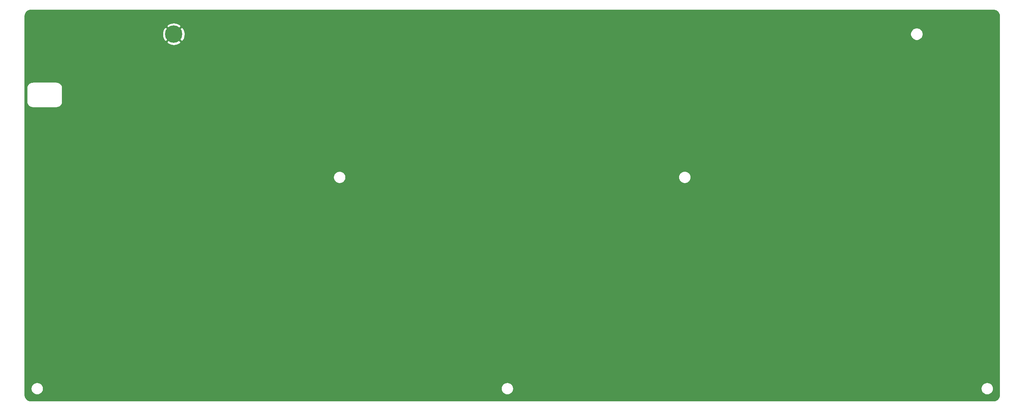
<source format=gtl>
G04 #@! TF.GenerationSoftware,KiCad,Pcbnew,(5.1.9-0-10_14)*
G04 #@! TF.CreationDate,2021-12-01T15:47:24+09:00*
G04 #@! TF.ProjectId,slim_bottom_plate,736c696d-5f62-46f7-9474-6f6d5f706c61,1*
G04 #@! TF.SameCoordinates,PX1c9c380PY1c9c380*
G04 #@! TF.FileFunction,Copper,L1,Top*
G04 #@! TF.FilePolarity,Positive*
%FSLAX46Y46*%
G04 Gerber Fmt 4.6, Leading zero omitted, Abs format (unit mm)*
G04 Created by KiCad (PCBNEW (5.1.9-0-10_14)) date 2021-12-01 15:47:24*
%MOMM*%
%LPD*%
G01*
G04 APERTURE LIST*
G04 #@! TA.AperFunction,ComponentPad*
%ADD10C,4.400000*%
G04 #@! TD*
G04 #@! TA.AperFunction,Conductor*
%ADD11C,0.254000*%
G04 #@! TD*
G04 #@! TA.AperFunction,Conductor*
%ADD12C,0.100000*%
G04 #@! TD*
G04 APERTURE END LIST*
D10*
X38140000Y-6620000D03*
D11*
X245669586Y-536003D02*
X245744857Y-541727D01*
X245818902Y-551136D01*
X245891626Y-564123D01*
X245963002Y-580596D01*
X246032993Y-600471D01*
X246101519Y-623658D01*
X246168496Y-650066D01*
X246233886Y-679629D01*
X246297562Y-712241D01*
X246359475Y-747840D01*
X246419474Y-786306D01*
X246477520Y-827582D01*
X246533479Y-871557D01*
X246587225Y-918113D01*
X246638699Y-967190D01*
X246687770Y-1018658D01*
X246734335Y-1072415D01*
X246778300Y-1128360D01*
X246819582Y-1186412D01*
X246858051Y-1246419D01*
X246893643Y-1308320D01*
X246926265Y-1372016D01*
X246955822Y-1437393D01*
X246982232Y-1504376D01*
X247005417Y-1572897D01*
X247025289Y-1642874D01*
X247041768Y-1714275D01*
X247054752Y-1786983D01*
X247064161Y-1861032D01*
X247069886Y-1936322D01*
X247071989Y-2019456D01*
X247071989Y-98018823D01*
X247069886Y-98101960D01*
X247064161Y-98177252D01*
X247054751Y-98251306D01*
X247041766Y-98324018D01*
X247025290Y-98395409D01*
X247005421Y-98465379D01*
X246982233Y-98533913D01*
X246955816Y-98600911D01*
X246926264Y-98666279D01*
X246893643Y-98729972D01*
X246858048Y-98791879D01*
X246819575Y-98851892D01*
X246778297Y-98909939D01*
X246734336Y-98965879D01*
X246687769Y-99019639D01*
X246638703Y-99071104D01*
X246587225Y-99120185D01*
X246533479Y-99166741D01*
X246477518Y-99210718D01*
X246419491Y-99251982D01*
X246359458Y-99290468D01*
X246297571Y-99326053D01*
X246233886Y-99358670D01*
X246168496Y-99388233D01*
X246101519Y-99414641D01*
X246032993Y-99437828D01*
X245963002Y-99457703D01*
X245891626Y-99474176D01*
X245818902Y-99487163D01*
X245744857Y-99496572D01*
X245669567Y-99502297D01*
X245586434Y-99504400D01*
X1949545Y-99504400D01*
X1866411Y-99502297D01*
X1791121Y-99496572D01*
X1717072Y-99487163D01*
X1644364Y-99474179D01*
X1572963Y-99457700D01*
X1502986Y-99437828D01*
X1434465Y-99414643D01*
X1367482Y-99388233D01*
X1302105Y-99358676D01*
X1238408Y-99326054D01*
X1176506Y-99290460D01*
X1116492Y-99251986D01*
X1058457Y-99210715D01*
X1002500Y-99166741D01*
X948753Y-99120185D01*
X897273Y-99071103D01*
X848212Y-99019643D01*
X801652Y-98965892D01*
X757668Y-98909921D01*
X716396Y-98851882D01*
X677929Y-98791879D01*
X642333Y-98729970D01*
X609720Y-98666293D01*
X580159Y-98600907D01*
X553740Y-98533901D01*
X530562Y-98465399D01*
X510686Y-98395407D01*
X494211Y-98324022D01*
X481225Y-98251303D01*
X471816Y-98177252D01*
X466092Y-98101979D01*
X463989Y-98018792D01*
X463989Y-96439003D01*
X1979351Y-96439003D01*
X1979667Y-96446270D01*
X1985087Y-96553625D01*
X1988439Y-96576080D01*
X1989341Y-96598759D01*
X1990388Y-96605958D01*
X2006298Y-96710213D01*
X2011847Y-96732018D01*
X2014985Y-96754292D01*
X2016747Y-96761350D01*
X2042620Y-96861976D01*
X2050230Y-96882862D01*
X2055494Y-96904452D01*
X2057946Y-96911301D01*
X2093253Y-97007771D01*
X2102769Y-97027543D01*
X2110025Y-97048237D01*
X2113136Y-97054812D01*
X2157349Y-97146597D01*
X2168610Y-97165103D01*
X2177723Y-97184754D01*
X2181456Y-97190997D01*
X2234049Y-97277568D01*
X2246917Y-97294720D01*
X2257762Y-97313213D01*
X2262077Y-97319069D01*
X2322522Y-97399902D01*
X2336880Y-97415633D01*
X2349356Y-97432889D01*
X2354211Y-97438307D01*
X2421979Y-97512871D01*
X2437735Y-97527125D01*
X2451770Y-97543082D01*
X2457119Y-97548012D01*
X2531683Y-97615781D01*
X2548767Y-97628499D01*
X2564293Y-97643074D01*
X2570087Y-97647471D01*
X2650919Y-97707916D01*
X2669261Y-97719020D01*
X2686231Y-97732126D01*
X2692422Y-97735946D01*
X2778994Y-97788540D01*
X2798514Y-97797926D01*
X2816860Y-97809444D01*
X2823391Y-97812646D01*
X2915177Y-97856862D01*
X2935774Y-97864408D01*
X2955407Y-97874198D01*
X2962220Y-97876746D01*
X3058690Y-97912054D01*
X3080213Y-97917621D01*
X3100985Y-97925520D01*
X3108017Y-97927381D01*
X3208645Y-97953255D01*
X3230880Y-97956705D01*
X3252603Y-97962557D01*
X3259786Y-97963705D01*
X3364042Y-97979616D01*
X3386709Y-97980834D01*
X3409103Y-97984498D01*
X3416365Y-97984916D01*
X3523726Y-97990338D01*
X3546382Y-97989266D01*
X3569016Y-97990654D01*
X3576284Y-97990338D01*
X3683639Y-97984916D01*
X3706094Y-97981564D01*
X3728763Y-97980662D01*
X3735962Y-97979615D01*
X3840217Y-97963705D01*
X3862031Y-97958154D01*
X3884301Y-97955016D01*
X3891358Y-97953254D01*
X3991984Y-97927380D01*
X4012866Y-97919771D01*
X4034461Y-97914506D01*
X4041309Y-97912054D01*
X4137779Y-97876746D01*
X4157551Y-97867229D01*
X4178249Y-97859972D01*
X4184824Y-97856861D01*
X4276609Y-97812645D01*
X4295114Y-97801385D01*
X4314761Y-97792273D01*
X4321004Y-97788540D01*
X4407577Y-97735946D01*
X4424729Y-97723078D01*
X4443220Y-97712234D01*
X4449076Y-97707918D01*
X4529909Y-97647473D01*
X4545643Y-97633112D01*
X4562896Y-97620638D01*
X4568313Y-97615783D01*
X4642878Y-97548014D01*
X4657134Y-97532256D01*
X4673088Y-97518223D01*
X4678018Y-97512874D01*
X4745787Y-97438309D01*
X4758504Y-97421227D01*
X4773079Y-97405700D01*
X4777476Y-97399905D01*
X4837922Y-97319072D01*
X4849024Y-97300733D01*
X4862130Y-97283763D01*
X4865950Y-97277572D01*
X4918544Y-97191000D01*
X4927929Y-97171482D01*
X4939447Y-97153136D01*
X4942649Y-97146605D01*
X4986865Y-97054820D01*
X4994412Y-97034222D01*
X5004202Y-97014588D01*
X5006750Y-97007775D01*
X5042058Y-96911305D01*
X5047624Y-96889789D01*
X5055524Y-96869013D01*
X5057384Y-96861980D01*
X5083258Y-96761355D01*
X5086708Y-96739122D01*
X5092561Y-96717396D01*
X5093708Y-96710213D01*
X5109619Y-96605958D01*
X5110837Y-96583297D01*
X5114502Y-96560897D01*
X5114920Y-96553635D01*
X5120342Y-96446280D01*
X5119998Y-96439008D01*
X120970171Y-96439008D01*
X120970487Y-96446275D01*
X120975908Y-96553630D01*
X120979260Y-96576085D01*
X120980162Y-96598759D01*
X120981209Y-96605958D01*
X120997119Y-96710213D01*
X121002670Y-96732027D01*
X121005808Y-96754297D01*
X121007570Y-96761354D01*
X121033444Y-96861980D01*
X121041053Y-96882862D01*
X121046318Y-96904457D01*
X121048770Y-96911305D01*
X121084078Y-97007775D01*
X121093595Y-97027547D01*
X121100852Y-97048245D01*
X121103963Y-97054820D01*
X121148179Y-97146605D01*
X121159439Y-97165110D01*
X121168551Y-97184757D01*
X121172284Y-97191000D01*
X121224878Y-97277573D01*
X121237746Y-97294725D01*
X121248590Y-97313216D01*
X121252906Y-97319072D01*
X121313351Y-97399905D01*
X121327712Y-97415639D01*
X121340186Y-97432892D01*
X121345041Y-97438309D01*
X121412810Y-97512874D01*
X121428568Y-97527130D01*
X121442601Y-97543084D01*
X121447950Y-97548014D01*
X121522515Y-97615783D01*
X121539597Y-97628500D01*
X121555124Y-97643075D01*
X121560919Y-97647472D01*
X121641752Y-97707918D01*
X121660091Y-97719020D01*
X121677061Y-97732126D01*
X121683252Y-97735946D01*
X121769824Y-97788540D01*
X121789342Y-97797925D01*
X121807688Y-97809443D01*
X121814219Y-97812645D01*
X121906004Y-97856861D01*
X121926602Y-97864408D01*
X121946236Y-97874198D01*
X121953049Y-97876746D01*
X122049519Y-97912054D01*
X122071035Y-97917620D01*
X122091811Y-97925520D01*
X122098844Y-97927380D01*
X122199469Y-97953254D01*
X122221702Y-97956704D01*
X122243428Y-97962557D01*
X122250611Y-97963704D01*
X122354866Y-97979615D01*
X122377527Y-97980833D01*
X122399927Y-97984498D01*
X122407189Y-97984916D01*
X122514546Y-97990338D01*
X122537203Y-97989266D01*
X122559837Y-97990654D01*
X122567105Y-97990338D01*
X122674460Y-97984916D01*
X122696915Y-97981564D01*
X122719584Y-97980662D01*
X122726783Y-97979615D01*
X122831038Y-97963705D01*
X122852852Y-97958154D01*
X122875122Y-97955016D01*
X122882179Y-97953254D01*
X122982805Y-97927380D01*
X123003687Y-97919771D01*
X123025282Y-97914506D01*
X123032130Y-97912054D01*
X123128600Y-97876746D01*
X123148372Y-97867229D01*
X123169070Y-97859972D01*
X123175645Y-97856861D01*
X123267430Y-97812645D01*
X123285935Y-97801385D01*
X123305582Y-97792273D01*
X123311825Y-97788540D01*
X123398398Y-97735946D01*
X123415550Y-97723078D01*
X123434041Y-97712234D01*
X123439897Y-97707918D01*
X123520730Y-97647473D01*
X123536464Y-97633112D01*
X123553717Y-97620638D01*
X123559134Y-97615783D01*
X123633699Y-97548014D01*
X123647955Y-97532256D01*
X123663909Y-97518223D01*
X123668839Y-97512874D01*
X123736608Y-97438309D01*
X123749324Y-97421229D01*
X123763903Y-97405697D01*
X123768300Y-97399902D01*
X123828745Y-97319068D01*
X123839844Y-97300733D01*
X123852948Y-97283766D01*
X123856768Y-97277576D01*
X123909363Y-97191004D01*
X123918751Y-97171480D01*
X123930270Y-97153132D01*
X123933472Y-97146601D01*
X123977688Y-97054816D01*
X123985236Y-97034214D01*
X123995022Y-97014588D01*
X123997570Y-97007775D01*
X124032878Y-96911305D01*
X124038444Y-96889789D01*
X124046344Y-96869013D01*
X124048204Y-96861980D01*
X124074078Y-96761355D01*
X124077528Y-96739122D01*
X124083381Y-96717396D01*
X124084528Y-96710213D01*
X124100439Y-96605958D01*
X124101657Y-96583297D01*
X124105322Y-96560897D01*
X124105740Y-96553635D01*
X124111162Y-96446280D01*
X124110818Y-96439008D01*
X242419347Y-96439008D01*
X242419663Y-96446275D01*
X242425084Y-96553630D01*
X242428436Y-96576085D01*
X242429338Y-96598759D01*
X242430385Y-96605958D01*
X242446295Y-96710213D01*
X242451846Y-96732027D01*
X242454984Y-96754297D01*
X242456746Y-96761354D01*
X242482620Y-96861980D01*
X242490229Y-96882862D01*
X242495494Y-96904457D01*
X242497946Y-96911305D01*
X242533254Y-97007775D01*
X242542771Y-97027547D01*
X242550028Y-97048245D01*
X242553139Y-97054820D01*
X242597355Y-97146605D01*
X242608615Y-97165110D01*
X242617727Y-97184757D01*
X242621460Y-97191000D01*
X242674054Y-97277573D01*
X242686922Y-97294725D01*
X242697766Y-97313216D01*
X242702082Y-97319072D01*
X242762527Y-97399905D01*
X242776888Y-97415639D01*
X242789362Y-97432892D01*
X242794217Y-97438309D01*
X242861986Y-97512874D01*
X242877744Y-97527130D01*
X242891777Y-97543084D01*
X242897126Y-97548014D01*
X242971691Y-97615783D01*
X242988773Y-97628500D01*
X243004300Y-97643075D01*
X243010095Y-97647472D01*
X243090928Y-97707918D01*
X243109267Y-97719020D01*
X243126237Y-97732126D01*
X243132428Y-97735946D01*
X243219000Y-97788540D01*
X243238518Y-97797925D01*
X243256864Y-97809443D01*
X243263395Y-97812645D01*
X243355180Y-97856861D01*
X243375778Y-97864408D01*
X243395412Y-97874198D01*
X243402225Y-97876746D01*
X243498695Y-97912054D01*
X243520211Y-97917620D01*
X243540987Y-97925520D01*
X243548020Y-97927380D01*
X243648645Y-97953254D01*
X243670878Y-97956704D01*
X243692604Y-97962557D01*
X243699787Y-97963704D01*
X243804042Y-97979615D01*
X243826703Y-97980833D01*
X243849103Y-97984498D01*
X243856365Y-97984916D01*
X243963722Y-97990338D01*
X243986379Y-97989266D01*
X244009013Y-97990654D01*
X244016281Y-97990338D01*
X244123636Y-97984916D01*
X244146091Y-97981564D01*
X244168760Y-97980662D01*
X244175959Y-97979615D01*
X244280214Y-97963705D01*
X244302028Y-97958154D01*
X244324298Y-97955016D01*
X244331355Y-97953254D01*
X244431981Y-97927380D01*
X244452863Y-97919771D01*
X244474458Y-97914506D01*
X244481306Y-97912054D01*
X244577776Y-97876746D01*
X244597548Y-97867229D01*
X244618246Y-97859972D01*
X244624821Y-97856861D01*
X244716606Y-97812645D01*
X244735111Y-97801385D01*
X244754758Y-97792273D01*
X244761001Y-97788540D01*
X244847574Y-97735946D01*
X244864726Y-97723078D01*
X244883217Y-97712234D01*
X244889073Y-97707918D01*
X244969906Y-97647473D01*
X244985640Y-97633112D01*
X245002893Y-97620638D01*
X245008310Y-97615783D01*
X245082875Y-97548014D01*
X245097131Y-97532256D01*
X245113085Y-97518223D01*
X245118015Y-97512874D01*
X245185784Y-97438309D01*
X245198500Y-97421229D01*
X245213079Y-97405697D01*
X245217476Y-97399902D01*
X245277921Y-97319068D01*
X245289020Y-97300733D01*
X245302124Y-97283766D01*
X245305944Y-97277576D01*
X245358539Y-97191004D01*
X245367927Y-97171480D01*
X245379446Y-97153132D01*
X245382648Y-97146601D01*
X245426864Y-97054816D01*
X245434412Y-97034214D01*
X245444198Y-97014588D01*
X245446746Y-97007775D01*
X245482054Y-96911305D01*
X245487620Y-96889789D01*
X245495520Y-96869013D01*
X245497380Y-96861980D01*
X245523254Y-96761355D01*
X245526704Y-96739122D01*
X245532557Y-96717396D01*
X245533704Y-96710213D01*
X245549615Y-96605958D01*
X245550833Y-96583297D01*
X245554498Y-96560897D01*
X245554916Y-96553635D01*
X245560338Y-96446280D01*
X245559266Y-96423623D01*
X245560654Y-96400988D01*
X245560338Y-96393721D01*
X245554916Y-96286364D01*
X245551564Y-96263910D01*
X245550662Y-96241239D01*
X245549615Y-96234041D01*
X245533704Y-96129786D01*
X245528155Y-96107978D01*
X245525016Y-96085702D01*
X245523254Y-96078644D01*
X245497380Y-95978019D01*
X245489770Y-95957134D01*
X245484505Y-95935540D01*
X245482053Y-95928692D01*
X245446745Y-95832223D01*
X245437233Y-95812461D01*
X245429975Y-95791760D01*
X245426864Y-95785184D01*
X245382648Y-95693399D01*
X245371387Y-95674893D01*
X245362273Y-95655241D01*
X245358540Y-95648998D01*
X245305945Y-95562425D01*
X245293081Y-95545278D01*
X245282235Y-95526784D01*
X245277919Y-95520928D01*
X245217474Y-95440096D01*
X245203116Y-95424366D01*
X245190639Y-95407108D01*
X245185784Y-95401691D01*
X245118015Y-95327126D01*
X245102257Y-95312870D01*
X245088224Y-95296916D01*
X245082875Y-95291986D01*
X245008310Y-95224217D01*
X244991232Y-95211503D01*
X244975701Y-95196924D01*
X244969906Y-95192527D01*
X244889073Y-95132082D01*
X244870735Y-95120981D01*
X244853764Y-95107874D01*
X244847574Y-95104054D01*
X244761001Y-95051460D01*
X244741483Y-95042075D01*
X244723137Y-95030557D01*
X244716606Y-95027355D01*
X244624821Y-94983139D01*
X244604223Y-94975592D01*
X244584589Y-94965802D01*
X244577776Y-94963254D01*
X244481306Y-94927946D01*
X244459787Y-94922380D01*
X244439013Y-94914480D01*
X244431981Y-94912620D01*
X244331355Y-94886746D01*
X244309124Y-94883296D01*
X244287397Y-94877443D01*
X244280214Y-94876295D01*
X244175959Y-94860385D01*
X244153294Y-94859166D01*
X244130893Y-94855502D01*
X244123631Y-94855084D01*
X244016276Y-94849663D01*
X243993624Y-94850735D01*
X243970994Y-94849347D01*
X243963727Y-94849663D01*
X243856370Y-94855084D01*
X243833915Y-94858436D01*
X243811240Y-94859338D01*
X243804042Y-94860385D01*
X243699787Y-94876296D01*
X243677979Y-94881845D01*
X243655703Y-94884984D01*
X243648645Y-94886746D01*
X243548020Y-94912620D01*
X243527137Y-94920229D01*
X243505543Y-94925494D01*
X243498695Y-94927946D01*
X243402225Y-94963254D01*
X243382452Y-94972771D01*
X243361755Y-94980028D01*
X243355180Y-94983139D01*
X243263395Y-95027355D01*
X243244896Y-95038612D01*
X243225243Y-95047726D01*
X243219000Y-95051460D01*
X243132428Y-95104054D01*
X243115280Y-95116919D01*
X243096784Y-95127766D01*
X243090928Y-95132082D01*
X243010095Y-95192528D01*
X242994365Y-95206885D01*
X242977108Y-95219362D01*
X242971691Y-95224217D01*
X242897126Y-95291986D01*
X242882870Y-95307744D01*
X242866916Y-95321777D01*
X242861986Y-95327126D01*
X242794217Y-95401691D01*
X242781502Y-95418771D01*
X242766926Y-95434298D01*
X242762529Y-95440093D01*
X242702083Y-95520924D01*
X242690976Y-95539272D01*
X242677873Y-95556238D01*
X242674053Y-95562429D01*
X242621458Y-95649002D01*
X242612072Y-95668523D01*
X242600557Y-95686864D01*
X242597355Y-95693395D01*
X242553139Y-95785180D01*
X242545592Y-95805779D01*
X242535803Y-95825410D01*
X242533255Y-95832224D01*
X242497947Y-95928692D01*
X242492381Y-95950209D01*
X242484480Y-95970987D01*
X242482620Y-95978019D01*
X242456746Y-96078645D01*
X242453296Y-96100876D01*
X242447443Y-96122603D01*
X242446295Y-96129786D01*
X242430385Y-96234041D01*
X242429166Y-96256706D01*
X242425502Y-96279107D01*
X242425084Y-96286369D01*
X242419663Y-96393725D01*
X242420735Y-96416377D01*
X242419347Y-96439008D01*
X124110818Y-96439008D01*
X124110090Y-96423623D01*
X124111478Y-96400988D01*
X124111162Y-96393721D01*
X124105740Y-96286364D01*
X124102388Y-96263910D01*
X124101486Y-96241239D01*
X124100439Y-96234041D01*
X124084528Y-96129786D01*
X124078979Y-96107978D01*
X124075840Y-96085702D01*
X124074078Y-96078644D01*
X124048204Y-95978019D01*
X124040594Y-95957134D01*
X124035329Y-95935540D01*
X124032877Y-95928692D01*
X123997569Y-95832223D01*
X123988057Y-95812461D01*
X123980799Y-95791760D01*
X123977688Y-95785184D01*
X123933472Y-95693399D01*
X123922211Y-95674893D01*
X123913097Y-95655241D01*
X123909364Y-95648998D01*
X123856769Y-95562425D01*
X123843905Y-95545278D01*
X123833059Y-95526784D01*
X123828743Y-95520928D01*
X123768298Y-95440096D01*
X123753940Y-95424366D01*
X123741463Y-95407108D01*
X123736608Y-95401691D01*
X123668839Y-95327126D01*
X123653081Y-95312870D01*
X123639048Y-95296916D01*
X123633699Y-95291986D01*
X123559134Y-95224217D01*
X123542056Y-95211503D01*
X123526525Y-95196924D01*
X123520730Y-95192527D01*
X123439897Y-95132082D01*
X123421559Y-95120981D01*
X123404588Y-95107874D01*
X123398398Y-95104054D01*
X123311825Y-95051460D01*
X123292307Y-95042075D01*
X123273961Y-95030557D01*
X123267430Y-95027355D01*
X123175645Y-94983139D01*
X123155047Y-94975592D01*
X123135413Y-94965802D01*
X123128600Y-94963254D01*
X123032130Y-94927946D01*
X123010611Y-94922380D01*
X122989837Y-94914480D01*
X122982805Y-94912620D01*
X122882179Y-94886746D01*
X122859948Y-94883296D01*
X122838221Y-94877443D01*
X122831038Y-94876295D01*
X122726783Y-94860385D01*
X122704118Y-94859166D01*
X122681717Y-94855502D01*
X122674455Y-94855084D01*
X122567100Y-94849663D01*
X122544448Y-94850735D01*
X122521818Y-94849347D01*
X122514551Y-94849663D01*
X122407194Y-94855084D01*
X122384739Y-94858436D01*
X122362064Y-94859338D01*
X122354866Y-94860385D01*
X122250611Y-94876296D01*
X122228803Y-94881845D01*
X122206527Y-94884984D01*
X122199469Y-94886746D01*
X122098844Y-94912620D01*
X122077961Y-94920229D01*
X122056367Y-94925494D01*
X122049519Y-94927946D01*
X121953049Y-94963254D01*
X121933276Y-94972771D01*
X121912579Y-94980028D01*
X121906004Y-94983139D01*
X121814219Y-95027355D01*
X121795720Y-95038612D01*
X121776067Y-95047726D01*
X121769824Y-95051460D01*
X121683252Y-95104054D01*
X121666104Y-95116919D01*
X121647608Y-95127766D01*
X121641752Y-95132082D01*
X121560919Y-95192528D01*
X121545189Y-95206885D01*
X121527932Y-95219362D01*
X121522515Y-95224217D01*
X121447950Y-95291986D01*
X121433694Y-95307744D01*
X121417740Y-95321777D01*
X121412810Y-95327126D01*
X121345041Y-95401691D01*
X121332326Y-95418771D01*
X121317750Y-95434298D01*
X121313353Y-95440093D01*
X121252907Y-95520924D01*
X121241800Y-95539272D01*
X121228697Y-95556238D01*
X121224877Y-95562429D01*
X121172282Y-95649002D01*
X121162896Y-95668523D01*
X121151381Y-95686864D01*
X121148179Y-95693395D01*
X121103963Y-95785180D01*
X121096416Y-95805779D01*
X121086627Y-95825410D01*
X121084079Y-95832224D01*
X121048771Y-95928692D01*
X121043205Y-95950209D01*
X121035304Y-95970987D01*
X121033444Y-95978019D01*
X121007570Y-96078645D01*
X121004120Y-96100876D01*
X120998267Y-96122603D01*
X120997119Y-96129786D01*
X120981209Y-96234041D01*
X120979990Y-96256706D01*
X120976326Y-96279107D01*
X120975908Y-96286369D01*
X120970487Y-96393725D01*
X120971559Y-96416377D01*
X120970171Y-96439008D01*
X5119998Y-96439008D01*
X5119270Y-96423623D01*
X5120658Y-96400988D01*
X5120342Y-96393721D01*
X5114920Y-96286364D01*
X5111568Y-96263910D01*
X5110666Y-96241239D01*
X5109619Y-96234041D01*
X5093708Y-96129786D01*
X5088159Y-96107978D01*
X5085020Y-96085702D01*
X5083258Y-96078644D01*
X5057384Y-95978019D01*
X5049774Y-95957134D01*
X5044509Y-95935540D01*
X5042057Y-95928692D01*
X5006749Y-95832223D01*
X4997233Y-95812453D01*
X4989976Y-95791755D01*
X4986865Y-95785180D01*
X4942649Y-95693395D01*
X4931392Y-95674896D01*
X4922279Y-95655245D01*
X4918546Y-95649002D01*
X4865952Y-95562429D01*
X4853083Y-95545276D01*
X4842236Y-95526780D01*
X4837920Y-95520924D01*
X4777475Y-95440092D01*
X4763115Y-95424359D01*
X4750642Y-95407108D01*
X4745787Y-95401691D01*
X4678018Y-95327126D01*
X4662260Y-95312870D01*
X4648227Y-95296916D01*
X4642878Y-95291986D01*
X4568313Y-95224217D01*
X4551235Y-95211503D01*
X4535704Y-95196924D01*
X4529909Y-95192527D01*
X4449076Y-95132082D01*
X4430738Y-95120981D01*
X4413767Y-95107874D01*
X4407577Y-95104054D01*
X4321004Y-95051460D01*
X4301486Y-95042075D01*
X4283140Y-95030557D01*
X4276609Y-95027355D01*
X4184824Y-94983139D01*
X4164226Y-94975592D01*
X4144592Y-94965802D01*
X4137779Y-94963254D01*
X4041309Y-94927946D01*
X4019790Y-94922380D01*
X3999016Y-94914480D01*
X3991984Y-94912620D01*
X3891358Y-94886746D01*
X3869127Y-94883296D01*
X3847400Y-94877443D01*
X3840217Y-94876295D01*
X3735962Y-94860385D01*
X3713297Y-94859166D01*
X3690896Y-94855502D01*
X3683634Y-94855084D01*
X3576279Y-94849663D01*
X3553628Y-94850735D01*
X3530998Y-94849347D01*
X3523730Y-94849663D01*
X3416370Y-94855084D01*
X3393922Y-94858435D01*
X3371241Y-94859337D01*
X3364042Y-94860384D01*
X3259786Y-94876295D01*
X3237978Y-94881844D01*
X3215702Y-94884983D01*
X3208645Y-94886745D01*
X3108017Y-94912619D01*
X3087131Y-94920229D01*
X3065538Y-94925494D01*
X3058690Y-94927946D01*
X2962220Y-94963254D01*
X2942449Y-94972770D01*
X2921752Y-94980027D01*
X2915177Y-94983138D01*
X2823391Y-95027354D01*
X2804890Y-95038612D01*
X2785237Y-95047726D01*
X2778994Y-95051460D01*
X2692422Y-95104054D01*
X2675274Y-95116920D01*
X2656775Y-95127768D01*
X2650919Y-95132084D01*
X2570087Y-95192529D01*
X2554355Y-95206889D01*
X2537100Y-95219364D01*
X2531683Y-95224219D01*
X2457119Y-95291988D01*
X2442862Y-95307748D01*
X2426909Y-95321780D01*
X2421979Y-95327129D01*
X2354211Y-95401693D01*
X2341492Y-95418779D01*
X2326921Y-95434301D01*
X2322524Y-95440095D01*
X2262079Y-95520928D01*
X2250976Y-95539270D01*
X2237868Y-95556242D01*
X2234048Y-95562433D01*
X2181455Y-95649006D01*
X2172068Y-95668528D01*
X2160552Y-95686872D01*
X2157349Y-95693403D01*
X2113136Y-95785188D01*
X2105590Y-95805785D01*
X2095802Y-95825415D01*
X2093254Y-95832228D01*
X2057947Y-95928697D01*
X2052381Y-95950215D01*
X2044481Y-95970991D01*
X2042620Y-95978023D01*
X2016747Y-96078649D01*
X2013297Y-96100884D01*
X2007446Y-96122603D01*
X2006298Y-96129786D01*
X1990388Y-96234041D01*
X1989170Y-96256704D01*
X1985504Y-96279112D01*
X1985087Y-96286374D01*
X1979667Y-96393730D01*
X1980739Y-96416374D01*
X1979351Y-96439003D01*
X463989Y-96439003D01*
X463989Y-42891006D01*
X78523021Y-42891006D01*
X78523337Y-42898273D01*
X78528758Y-43005628D01*
X78532110Y-43028083D01*
X78533012Y-43050757D01*
X78534059Y-43057956D01*
X78549969Y-43162211D01*
X78555520Y-43184025D01*
X78558658Y-43206295D01*
X78560420Y-43213352D01*
X78586294Y-43313978D01*
X78593903Y-43334860D01*
X78599168Y-43356455D01*
X78601620Y-43363303D01*
X78636928Y-43459773D01*
X78646445Y-43479545D01*
X78653702Y-43500243D01*
X78656813Y-43506818D01*
X78701029Y-43598603D01*
X78712289Y-43617108D01*
X78721401Y-43636755D01*
X78725134Y-43642998D01*
X78777728Y-43729571D01*
X78790596Y-43746723D01*
X78801440Y-43765214D01*
X78805756Y-43771070D01*
X78866201Y-43851903D01*
X78880562Y-43867637D01*
X78893036Y-43884890D01*
X78897891Y-43890307D01*
X78965660Y-43964872D01*
X78981418Y-43979128D01*
X78995451Y-43995082D01*
X79000800Y-44000012D01*
X79075365Y-44067781D01*
X79092444Y-44080496D01*
X79107972Y-44095072D01*
X79113766Y-44099469D01*
X79194598Y-44159914D01*
X79212946Y-44171021D01*
X79229913Y-44184125D01*
X79236103Y-44187946D01*
X79322676Y-44240540D01*
X79342197Y-44249926D01*
X79360538Y-44261441D01*
X79367069Y-44264643D01*
X79458854Y-44308859D01*
X79479453Y-44316406D01*
X79499084Y-44326195D01*
X79505897Y-44328743D01*
X79602366Y-44364051D01*
X79623880Y-44369616D01*
X79644660Y-44377518D01*
X79651693Y-44379378D01*
X79752318Y-44405252D01*
X79774551Y-44408702D01*
X79796277Y-44414555D01*
X79803460Y-44415702D01*
X79907715Y-44431613D01*
X79930376Y-44432831D01*
X79952776Y-44436496D01*
X79960038Y-44436914D01*
X80067395Y-44442336D01*
X80090052Y-44441264D01*
X80112686Y-44442652D01*
X80119954Y-44442336D01*
X80227309Y-44436914D01*
X80249764Y-44433562D01*
X80272433Y-44432660D01*
X80279632Y-44431613D01*
X80383887Y-44415703D01*
X80405701Y-44410152D01*
X80427971Y-44407014D01*
X80435028Y-44405252D01*
X80535654Y-44379378D01*
X80556536Y-44371769D01*
X80578131Y-44366504D01*
X80584979Y-44364052D01*
X80681449Y-44328744D01*
X80701221Y-44319227D01*
X80721919Y-44311970D01*
X80728494Y-44308859D01*
X80820279Y-44264643D01*
X80838784Y-44253383D01*
X80858431Y-44244271D01*
X80864674Y-44240538D01*
X80951247Y-44187944D01*
X80968399Y-44175076D01*
X80986890Y-44164232D01*
X80992746Y-44159916D01*
X81073579Y-44099471D01*
X81089313Y-44085110D01*
X81106566Y-44072636D01*
X81111983Y-44067781D01*
X81186548Y-44000012D01*
X81200804Y-43984254D01*
X81216758Y-43970221D01*
X81221688Y-43964872D01*
X81289457Y-43890307D01*
X81302174Y-43873225D01*
X81316749Y-43857698D01*
X81321146Y-43851903D01*
X81381592Y-43771070D01*
X81392694Y-43752731D01*
X81405800Y-43735761D01*
X81409620Y-43729570D01*
X81462214Y-43642998D01*
X81471599Y-43623480D01*
X81483117Y-43605134D01*
X81486319Y-43598603D01*
X81530535Y-43506818D01*
X81538082Y-43486220D01*
X81547872Y-43466586D01*
X81550420Y-43459773D01*
X81585728Y-43363303D01*
X81591294Y-43341787D01*
X81599194Y-43321011D01*
X81601054Y-43313978D01*
X81626928Y-43213353D01*
X81630378Y-43191120D01*
X81636231Y-43169394D01*
X81637378Y-43162211D01*
X81653289Y-43057956D01*
X81654507Y-43035295D01*
X81658172Y-43012895D01*
X81658590Y-43005633D01*
X81664012Y-42898278D01*
X81663668Y-42891006D01*
X165873115Y-42891006D01*
X165873431Y-42898273D01*
X165878852Y-43005628D01*
X165882204Y-43028083D01*
X165883106Y-43050757D01*
X165884153Y-43057956D01*
X165900063Y-43162211D01*
X165905614Y-43184025D01*
X165908752Y-43206295D01*
X165910514Y-43213352D01*
X165936388Y-43313978D01*
X165943997Y-43334860D01*
X165949262Y-43356455D01*
X165951714Y-43363303D01*
X165987022Y-43459773D01*
X165996539Y-43479545D01*
X166003796Y-43500243D01*
X166006907Y-43506818D01*
X166051123Y-43598603D01*
X166062383Y-43617108D01*
X166071495Y-43636755D01*
X166075228Y-43642998D01*
X166127822Y-43729571D01*
X166140690Y-43746723D01*
X166151534Y-43765214D01*
X166155850Y-43771070D01*
X166216295Y-43851903D01*
X166230656Y-43867637D01*
X166243130Y-43884890D01*
X166247985Y-43890307D01*
X166315754Y-43964872D01*
X166331512Y-43979128D01*
X166345545Y-43995082D01*
X166350894Y-44000012D01*
X166425459Y-44067781D01*
X166442541Y-44080498D01*
X166458068Y-44095073D01*
X166463863Y-44099470D01*
X166544696Y-44159916D01*
X166563035Y-44171018D01*
X166580005Y-44184124D01*
X166586196Y-44187944D01*
X166672768Y-44240538D01*
X166692286Y-44249923D01*
X166710632Y-44261441D01*
X166717163Y-44264643D01*
X166808948Y-44308859D01*
X166829546Y-44316406D01*
X166849180Y-44326196D01*
X166855993Y-44328744D01*
X166952463Y-44364052D01*
X166973979Y-44369618D01*
X166994755Y-44377518D01*
X167001788Y-44379378D01*
X167102413Y-44405252D01*
X167124646Y-44408702D01*
X167146372Y-44414555D01*
X167153555Y-44415702D01*
X167257810Y-44431613D01*
X167280471Y-44432831D01*
X167302871Y-44436496D01*
X167310133Y-44436914D01*
X167417490Y-44442336D01*
X167440146Y-44441264D01*
X167462780Y-44442652D01*
X167470048Y-44442336D01*
X167577407Y-44436914D01*
X167599855Y-44433563D01*
X167622531Y-44432661D01*
X167629729Y-44431614D01*
X167733986Y-44415703D01*
X167755792Y-44410154D01*
X167778070Y-44407015D01*
X167785127Y-44405253D01*
X167885755Y-44379379D01*
X167906641Y-44371769D01*
X167928234Y-44366504D01*
X167935082Y-44364052D01*
X168031552Y-44328744D01*
X168051322Y-44319228D01*
X168072020Y-44311971D01*
X168078595Y-44308860D01*
X168170381Y-44264644D01*
X168188888Y-44253383D01*
X168208535Y-44244271D01*
X168214778Y-44240538D01*
X168301351Y-44187944D01*
X168318503Y-44175076D01*
X168336997Y-44164230D01*
X168342853Y-44159915D01*
X168423684Y-44099469D01*
X168439412Y-44085113D01*
X168456672Y-44072634D01*
X168462089Y-44067779D01*
X168536653Y-44000010D01*
X168550910Y-43984250D01*
X168566863Y-43970218D01*
X168571793Y-43964870D01*
X168639561Y-43890305D01*
X168652279Y-43873221D01*
X168666853Y-43857695D01*
X168671250Y-43851900D01*
X168731695Y-43771066D01*
X168742797Y-43752726D01*
X168755902Y-43735757D01*
X168759723Y-43729567D01*
X168812315Y-43642995D01*
X168821701Y-43623474D01*
X168833220Y-43605126D01*
X168836422Y-43598595D01*
X168880636Y-43506810D01*
X168888181Y-43486217D01*
X168897971Y-43466582D01*
X168900519Y-43459769D01*
X168935826Y-43363299D01*
X168941392Y-43341778D01*
X168949291Y-43321006D01*
X168951152Y-43313974D01*
X168977025Y-43213348D01*
X168980475Y-43191113D01*
X168986326Y-43169394D01*
X168987473Y-43162211D01*
X169003384Y-43057956D01*
X169004603Y-43035291D01*
X169008267Y-43012890D01*
X169008685Y-43005628D01*
X169014106Y-42898273D01*
X169013034Y-42875621D01*
X169014422Y-42852991D01*
X169014106Y-42845724D01*
X169008685Y-42738367D01*
X169005333Y-42715912D01*
X169004431Y-42693237D01*
X169003384Y-42686039D01*
X168987473Y-42581784D01*
X168981926Y-42559986D01*
X168978787Y-42537705D01*
X168977025Y-42530647D01*
X168951152Y-42430021D01*
X168943540Y-42409131D01*
X168938277Y-42387543D01*
X168935825Y-42380695D01*
X168900518Y-42284226D01*
X168891003Y-42264457D01*
X168883747Y-42243761D01*
X168880636Y-42237186D01*
X168836422Y-42145401D01*
X168825162Y-42126896D01*
X168816050Y-42107247D01*
X168812317Y-42101003D01*
X168759724Y-42014431D01*
X168746857Y-41997280D01*
X168736009Y-41978782D01*
X168731693Y-41972926D01*
X168671248Y-41892094D01*
X168656890Y-41876363D01*
X168644415Y-41859109D01*
X168639561Y-41853691D01*
X168571793Y-41779126D01*
X168556031Y-41764867D01*
X168542001Y-41748916D01*
X168536653Y-41743986D01*
X168462089Y-41676217D01*
X168445005Y-41663499D01*
X168429479Y-41648924D01*
X168423684Y-41644527D01*
X168342853Y-41584081D01*
X168324507Y-41572975D01*
X168307541Y-41559872D01*
X168301351Y-41556052D01*
X168214778Y-41503458D01*
X168195262Y-41494074D01*
X168176913Y-41482554D01*
X168170381Y-41479352D01*
X168078595Y-41435136D01*
X168057998Y-41427590D01*
X168038365Y-41417800D01*
X168031552Y-41415252D01*
X167935082Y-41379944D01*
X167913559Y-41374377D01*
X167892787Y-41366478D01*
X167885755Y-41364617D01*
X167785127Y-41338743D01*
X167762892Y-41335293D01*
X167741169Y-41329441D01*
X167733986Y-41328293D01*
X167629729Y-41312382D01*
X167607059Y-41311163D01*
X167584664Y-41307500D01*
X167577402Y-41307082D01*
X167470043Y-41301661D01*
X167447392Y-41302733D01*
X167424762Y-41301345D01*
X167417495Y-41301661D01*
X167310138Y-41307082D01*
X167287683Y-41310434D01*
X167265008Y-41311336D01*
X167257810Y-41312383D01*
X167153555Y-41328294D01*
X167131747Y-41333843D01*
X167109471Y-41336982D01*
X167102413Y-41338744D01*
X167001788Y-41364618D01*
X166980905Y-41372227D01*
X166959311Y-41377492D01*
X166952463Y-41379944D01*
X166855993Y-41415252D01*
X166836220Y-41424769D01*
X166815523Y-41432026D01*
X166808948Y-41435137D01*
X166717163Y-41479353D01*
X166698664Y-41490610D01*
X166679011Y-41499724D01*
X166672768Y-41503458D01*
X166586196Y-41556052D01*
X166569048Y-41568917D01*
X166550552Y-41579764D01*
X166544696Y-41584080D01*
X166463863Y-41644526D01*
X166448133Y-41658883D01*
X166430876Y-41671360D01*
X166425459Y-41676215D01*
X166350894Y-41743984D01*
X166336638Y-41759742D01*
X166320684Y-41773775D01*
X166315754Y-41779124D01*
X166247985Y-41853689D01*
X166235270Y-41870769D01*
X166220694Y-41886296D01*
X166216297Y-41892091D01*
X166155851Y-41972922D01*
X166144744Y-41991270D01*
X166131641Y-42008236D01*
X166127821Y-42014427D01*
X166075226Y-42101000D01*
X166065840Y-42120521D01*
X166054325Y-42138862D01*
X166051123Y-42145393D01*
X166006907Y-42237178D01*
X165999360Y-42257777D01*
X165989571Y-42277408D01*
X165987023Y-42284222D01*
X165951715Y-42380690D01*
X165946149Y-42402207D01*
X165938248Y-42422985D01*
X165936388Y-42430017D01*
X165910514Y-42530643D01*
X165907064Y-42552874D01*
X165901211Y-42574601D01*
X165900063Y-42581784D01*
X165884153Y-42686039D01*
X165882934Y-42708704D01*
X165879270Y-42731105D01*
X165878852Y-42738367D01*
X165873431Y-42845723D01*
X165874503Y-42868375D01*
X165873115Y-42891006D01*
X81663668Y-42891006D01*
X81662940Y-42875621D01*
X81664328Y-42852986D01*
X81664012Y-42845719D01*
X81658590Y-42738362D01*
X81655238Y-42715908D01*
X81654336Y-42693237D01*
X81653289Y-42686039D01*
X81637378Y-42581784D01*
X81631829Y-42559976D01*
X81628690Y-42537700D01*
X81626928Y-42530642D01*
X81601054Y-42430017D01*
X81593444Y-42409132D01*
X81588179Y-42387538D01*
X81585727Y-42380690D01*
X81550419Y-42284221D01*
X81540903Y-42264451D01*
X81533646Y-42243753D01*
X81530535Y-42237178D01*
X81486319Y-42145393D01*
X81475062Y-42126894D01*
X81465949Y-42107243D01*
X81462216Y-42101000D01*
X81409622Y-42014427D01*
X81396753Y-41997274D01*
X81385906Y-41978778D01*
X81381590Y-41972922D01*
X81321145Y-41892090D01*
X81306785Y-41876357D01*
X81294312Y-41859106D01*
X81289457Y-41853689D01*
X81221688Y-41779124D01*
X81205930Y-41764868D01*
X81191897Y-41748914D01*
X81186548Y-41743984D01*
X81111983Y-41676215D01*
X81094905Y-41663501D01*
X81079374Y-41648922D01*
X81073579Y-41644525D01*
X80992746Y-41584080D01*
X80974408Y-41572979D01*
X80957437Y-41559872D01*
X80951247Y-41556052D01*
X80864674Y-41503458D01*
X80845156Y-41494073D01*
X80826810Y-41482555D01*
X80820279Y-41479353D01*
X80728494Y-41435137D01*
X80707896Y-41427590D01*
X80688262Y-41417800D01*
X80681449Y-41415252D01*
X80584979Y-41379944D01*
X80563460Y-41374378D01*
X80542686Y-41366478D01*
X80535654Y-41364618D01*
X80435028Y-41338744D01*
X80412797Y-41335294D01*
X80391070Y-41329441D01*
X80383887Y-41328293D01*
X80279632Y-41312383D01*
X80256967Y-41311164D01*
X80234566Y-41307500D01*
X80227304Y-41307082D01*
X80119949Y-41301661D01*
X80097297Y-41302733D01*
X80074667Y-41301345D01*
X80067400Y-41301661D01*
X79960043Y-41307082D01*
X79937588Y-41310434D01*
X79914913Y-41311336D01*
X79907715Y-41312383D01*
X79803460Y-41328294D01*
X79781652Y-41333843D01*
X79759376Y-41336982D01*
X79752318Y-41338744D01*
X79651693Y-41364618D01*
X79630808Y-41372228D01*
X79609214Y-41377493D01*
X79602366Y-41379945D01*
X79505897Y-41415253D01*
X79486127Y-41424769D01*
X79465429Y-41432026D01*
X79458854Y-41435137D01*
X79367069Y-41479353D01*
X79348570Y-41490610D01*
X79328919Y-41499723D01*
X79322676Y-41503456D01*
X79236103Y-41556050D01*
X79218950Y-41568919D01*
X79200454Y-41579766D01*
X79194598Y-41584082D01*
X79113766Y-41644527D01*
X79098033Y-41658887D01*
X79080782Y-41671360D01*
X79075365Y-41676215D01*
X79000800Y-41743984D01*
X78986544Y-41759742D01*
X78970590Y-41773775D01*
X78965660Y-41779124D01*
X78897891Y-41853689D01*
X78885176Y-41870769D01*
X78870600Y-41886296D01*
X78866203Y-41892091D01*
X78805757Y-41972922D01*
X78794650Y-41991270D01*
X78781547Y-42008236D01*
X78777727Y-42014427D01*
X78725132Y-42101000D01*
X78715746Y-42120521D01*
X78704231Y-42138862D01*
X78701029Y-42145393D01*
X78656813Y-42237178D01*
X78649266Y-42257777D01*
X78639477Y-42277408D01*
X78636929Y-42284222D01*
X78601621Y-42380690D01*
X78596055Y-42402207D01*
X78588154Y-42422985D01*
X78586294Y-42430017D01*
X78560420Y-42530643D01*
X78556970Y-42552874D01*
X78551117Y-42574601D01*
X78549969Y-42581784D01*
X78534059Y-42686039D01*
X78532840Y-42708704D01*
X78529176Y-42731105D01*
X78528758Y-42738367D01*
X78523337Y-42845723D01*
X78524409Y-42868375D01*
X78523021Y-42891006D01*
X463989Y-42891006D01*
X463989Y-20279148D01*
X910981Y-20279148D01*
X910981Y-23679135D01*
X911911Y-23688625D01*
X911328Y-23698138D01*
X911644Y-23705405D01*
X916806Y-23807650D01*
X920158Y-23830104D01*
X921060Y-23852787D01*
X922107Y-23859985D01*
X937261Y-23959277D01*
X942808Y-23981076D01*
X945947Y-24003354D01*
X947709Y-24010411D01*
X972350Y-24106246D01*
X979962Y-24127139D01*
X985227Y-24148730D01*
X987679Y-24155578D01*
X1021306Y-24247453D01*
X1030818Y-24267215D01*
X1038075Y-24287914D01*
X1041186Y-24294489D01*
X1083295Y-24381905D01*
X1094558Y-24400415D01*
X1103669Y-24420061D01*
X1107402Y-24426304D01*
X1157491Y-24508754D01*
X1170357Y-24525903D01*
X1181201Y-24544395D01*
X1185516Y-24550251D01*
X1243082Y-24627235D01*
X1257440Y-24642966D01*
X1269919Y-24660226D01*
X1274774Y-24665643D01*
X1339315Y-24736657D01*
X1355070Y-24750910D01*
X1369107Y-24766869D01*
X1374456Y-24771799D01*
X1445469Y-24836340D01*
X1462548Y-24849055D01*
X1478076Y-24863631D01*
X1483871Y-24868028D01*
X1560853Y-24925595D01*
X1579197Y-24936700D01*
X1596162Y-24949802D01*
X1602352Y-24953622D01*
X1684801Y-25003712D01*
X1704326Y-25013100D01*
X1722670Y-25024617D01*
X1729201Y-25027820D01*
X1816613Y-25069929D01*
X1837208Y-25077475D01*
X1856838Y-25087263D01*
X1863652Y-25089811D01*
X1955526Y-25123438D01*
X1977050Y-25129006D01*
X1997826Y-25136906D01*
X2004858Y-25138767D01*
X2100691Y-25163408D01*
X2122923Y-25166858D01*
X2144642Y-25172709D01*
X2151825Y-25173857D01*
X2251113Y-25189011D01*
X2273788Y-25190230D01*
X2296183Y-25193894D01*
X2303445Y-25194312D01*
X2405687Y-25199475D01*
X2415214Y-25199024D01*
X2424689Y-25200087D01*
X2431963Y-25200138D01*
X8431963Y-25200138D01*
X8441454Y-25199207D01*
X8450971Y-25199791D01*
X8458238Y-25199475D01*
X8560483Y-25194312D01*
X8582937Y-25190960D01*
X8605615Y-25190058D01*
X8612813Y-25189011D01*
X8712105Y-25173857D01*
X8733904Y-25168310D01*
X8756182Y-25165171D01*
X8763239Y-25163409D01*
X8859074Y-25138768D01*
X8879967Y-25131156D01*
X8901558Y-25125891D01*
X8908406Y-25123439D01*
X9000281Y-25089812D01*
X9020043Y-25080300D01*
X9040742Y-25073043D01*
X9047317Y-25069932D01*
X9134733Y-25027823D01*
X9153242Y-25016560D01*
X9172893Y-25007447D01*
X9179136Y-25003714D01*
X9261586Y-24953624D01*
X9278733Y-24940759D01*
X9297227Y-24929914D01*
X9303083Y-24925598D01*
X9380066Y-24868032D01*
X9395796Y-24853674D01*
X9413054Y-24841197D01*
X9418471Y-24836342D01*
X9489485Y-24771801D01*
X9503741Y-24756042D01*
X9519696Y-24742009D01*
X9524627Y-24736660D01*
X9589169Y-24665646D01*
X9601891Y-24648557D01*
X9616463Y-24633033D01*
X9620860Y-24627239D01*
X9678427Y-24550255D01*
X9689531Y-24531911D01*
X9702635Y-24514944D01*
X9706455Y-24508754D01*
X9756544Y-24426305D01*
X9765932Y-24406780D01*
X9777446Y-24388440D01*
X9780649Y-24381909D01*
X9822759Y-24294494D01*
X9830307Y-24273894D01*
X9840093Y-24254267D01*
X9842641Y-24247454D01*
X9876268Y-24155578D01*
X9881835Y-24134056D01*
X9889736Y-24113278D01*
X9891597Y-24106246D01*
X9916238Y-24010411D01*
X9919688Y-23988176D01*
X9925538Y-23966460D01*
X9926686Y-23959277D01*
X9941840Y-23859985D01*
X9943059Y-23837315D01*
X9946723Y-23814917D01*
X9947141Y-23807655D01*
X9952304Y-23705410D01*
X9951853Y-23695884D01*
X9952916Y-23686409D01*
X9952967Y-23679135D01*
X9952967Y-20279127D01*
X9952036Y-20269636D01*
X9952620Y-20260118D01*
X9952304Y-20252851D01*
X9947141Y-20150609D01*
X9943789Y-20128158D01*
X9942887Y-20105475D01*
X9941840Y-20098277D01*
X9926686Y-19998989D01*
X9921137Y-19977182D01*
X9917999Y-19954913D01*
X9916237Y-19947855D01*
X9891596Y-19852022D01*
X9883984Y-19831131D01*
X9878719Y-19809538D01*
X9876267Y-19802690D01*
X9842640Y-19710816D01*
X9833126Y-19691049D01*
X9825867Y-19670348D01*
X9822756Y-19663773D01*
X9780646Y-19576361D01*
X9769388Y-19557860D01*
X9760276Y-19538212D01*
X9756543Y-19531969D01*
X9706454Y-19449520D01*
X9693584Y-19432366D01*
X9682739Y-19413873D01*
X9678424Y-19408017D01*
X9620857Y-19331035D01*
X9606497Y-19315303D01*
X9594021Y-19298047D01*
X9589166Y-19292630D01*
X9524624Y-19221617D01*
X9508865Y-19207361D01*
X9494834Y-19191409D01*
X9489485Y-19186479D01*
X9418471Y-19121938D01*
X9401387Y-19109220D01*
X9385858Y-19094643D01*
X9380063Y-19090246D01*
X9303079Y-19032680D01*
X9284736Y-19021576D01*
X9267772Y-19008475D01*
X9261582Y-19004655D01*
X9179132Y-18954566D01*
X9159608Y-18945178D01*
X9141264Y-18933662D01*
X9134733Y-18930459D01*
X9047317Y-18888350D01*
X9026721Y-18880804D01*
X9007095Y-18871018D01*
X9000281Y-18868470D01*
X8908406Y-18834843D01*
X8886884Y-18829276D01*
X8866106Y-18821375D01*
X8859074Y-18819514D01*
X8763239Y-18794873D01*
X8741005Y-18791423D01*
X8719288Y-18785573D01*
X8712105Y-18784425D01*
X8612813Y-18769271D01*
X8590145Y-18768052D01*
X8567740Y-18764387D01*
X8560478Y-18763970D01*
X8458233Y-18758808D01*
X8448711Y-18759259D01*
X8439237Y-18758196D01*
X8431963Y-18758145D01*
X2431963Y-18758145D01*
X2422473Y-18759075D01*
X2412959Y-18758492D01*
X2405692Y-18758808D01*
X2303450Y-18763970D01*
X2280998Y-18767321D01*
X2258312Y-18768224D01*
X2251114Y-18769271D01*
X2151825Y-18784425D01*
X2130020Y-18789974D01*
X2107749Y-18793112D01*
X2100691Y-18794874D01*
X2004858Y-18819515D01*
X1983973Y-18827124D01*
X1962374Y-18832391D01*
X1955526Y-18834843D01*
X1863650Y-18868470D01*
X1843879Y-18877987D01*
X1823183Y-18885243D01*
X1816608Y-18888354D01*
X1729195Y-18930464D01*
X1710691Y-18941724D01*
X1691047Y-18950834D01*
X1684803Y-18954567D01*
X1602354Y-19004656D01*
X1585201Y-19017525D01*
X1566709Y-19028369D01*
X1560853Y-19032684D01*
X1483869Y-19090251D01*
X1468136Y-19104611D01*
X1450879Y-19117088D01*
X1445462Y-19121942D01*
X1374448Y-19186484D01*
X1360189Y-19202246D01*
X1344237Y-19216277D01*
X1339307Y-19221626D01*
X1274766Y-19292640D01*
X1262048Y-19309723D01*
X1247476Y-19325247D01*
X1243079Y-19331042D01*
X1185512Y-19408025D01*
X1174410Y-19426364D01*
X1161300Y-19443340D01*
X1157480Y-19449530D01*
X1107391Y-19531981D01*
X1098003Y-19551506D01*
X1086490Y-19569845D01*
X1083287Y-19576376D01*
X1041178Y-19663790D01*
X1033631Y-19684390D01*
X1023843Y-19704020D01*
X1021295Y-19710833D01*
X987669Y-19802709D01*
X982102Y-19824233D01*
X974200Y-19845014D01*
X972340Y-19852047D01*
X947700Y-19947883D01*
X944250Y-19970119D01*
X938400Y-19991838D01*
X937253Y-19999021D01*
X922102Y-20098311D01*
X920884Y-20120977D01*
X917219Y-20143385D01*
X916802Y-20150648D01*
X911643Y-20252893D01*
X912094Y-20262409D01*
X911032Y-20271874D01*
X910981Y-20279148D01*
X463989Y-20279148D01*
X463989Y-8609775D01*
X36329830Y-8609775D01*
X36569976Y-8997018D01*
X37063877Y-9257641D01*
X37599133Y-9416901D01*
X38155174Y-9468678D01*
X38710632Y-9410981D01*
X39244161Y-9246028D01*
X39710024Y-8997018D01*
X39950170Y-8609775D01*
X38140000Y-6799605D01*
X36329830Y-8609775D01*
X463989Y-8609775D01*
X463989Y-6635174D01*
X35291322Y-6635174D01*
X35349019Y-7190632D01*
X35513972Y-7724161D01*
X35762982Y-8190024D01*
X36150225Y-8430170D01*
X37960395Y-6620000D01*
X38319605Y-6620000D01*
X40129775Y-8430170D01*
X40517018Y-8190024D01*
X40777641Y-7696123D01*
X40936901Y-7160867D01*
X40988678Y-6604826D01*
X40972044Y-6444679D01*
X224583000Y-6444679D01*
X224583000Y-6755321D01*
X224643604Y-7059994D01*
X224762481Y-7346989D01*
X224935064Y-7605279D01*
X225154721Y-7824936D01*
X225413011Y-7997519D01*
X225700006Y-8116396D01*
X226004679Y-8177000D01*
X226315321Y-8177000D01*
X226619994Y-8116396D01*
X226906989Y-7997519D01*
X227165279Y-7824936D01*
X227384936Y-7605279D01*
X227557519Y-7346989D01*
X227676396Y-7059994D01*
X227737000Y-6755321D01*
X227737000Y-6444679D01*
X227676396Y-6140006D01*
X227557519Y-5853011D01*
X227384936Y-5594721D01*
X227165279Y-5375064D01*
X226906989Y-5202481D01*
X226619994Y-5083604D01*
X226315321Y-5023000D01*
X226004679Y-5023000D01*
X225700006Y-5083604D01*
X225413011Y-5202481D01*
X225154721Y-5375064D01*
X224935064Y-5594721D01*
X224762481Y-5853011D01*
X224643604Y-6140006D01*
X224583000Y-6444679D01*
X40972044Y-6444679D01*
X40930981Y-6049368D01*
X40766028Y-5515839D01*
X40517018Y-5049976D01*
X40129775Y-4809830D01*
X38319605Y-6620000D01*
X37960395Y-6620000D01*
X36150225Y-4809830D01*
X35762982Y-5049976D01*
X35502359Y-5543877D01*
X35343099Y-6079133D01*
X35291322Y-6635174D01*
X463989Y-6635174D01*
X463989Y-4630225D01*
X36329830Y-4630225D01*
X38140000Y-6440395D01*
X39950170Y-4630225D01*
X39710024Y-4242982D01*
X39216123Y-3982359D01*
X38680867Y-3823099D01*
X38124826Y-3771322D01*
X37569368Y-3829019D01*
X37035839Y-3993972D01*
X36569976Y-4242982D01*
X36329830Y-4630225D01*
X463989Y-4630225D01*
X463989Y-2019488D01*
X466092Y-1936303D01*
X471816Y-1861032D01*
X481225Y-1786983D01*
X494209Y-1714274D01*
X510686Y-1642882D01*
X530560Y-1572896D01*
X553747Y-1504370D01*
X580155Y-1437393D01*
X609718Y-1372002D01*
X642332Y-1308323D01*
X677930Y-1246414D01*
X716400Y-1186407D01*
X757673Y-1128367D01*
X801646Y-1072410D01*
X848202Y-1018664D01*
X897279Y-967190D01*
X948753Y-918113D01*
X1002500Y-871557D01*
X1058452Y-827587D01*
X1116503Y-786306D01*
X1176517Y-747832D01*
X1238409Y-712245D01*
X1302105Y-679623D01*
X1367482Y-650066D01*
X1434465Y-623656D01*
X1502986Y-600471D01*
X1572963Y-580599D01*
X1644364Y-564120D01*
X1717072Y-551136D01*
X1791121Y-541727D01*
X1866392Y-536003D01*
X1949577Y-533900D01*
X245586402Y-533900D01*
X245669586Y-536003D01*
G04 #@! TA.AperFunction,Conductor*
D12*
G36*
X245669586Y-536003D02*
G01*
X245744857Y-541727D01*
X245818902Y-551136D01*
X245891626Y-564123D01*
X245963002Y-580596D01*
X246032993Y-600471D01*
X246101519Y-623658D01*
X246168496Y-650066D01*
X246233886Y-679629D01*
X246297562Y-712241D01*
X246359475Y-747840D01*
X246419474Y-786306D01*
X246477520Y-827582D01*
X246533479Y-871557D01*
X246587225Y-918113D01*
X246638699Y-967190D01*
X246687770Y-1018658D01*
X246734335Y-1072415D01*
X246778300Y-1128360D01*
X246819582Y-1186412D01*
X246858051Y-1246419D01*
X246893643Y-1308320D01*
X246926265Y-1372016D01*
X246955822Y-1437393D01*
X246982232Y-1504376D01*
X247005417Y-1572897D01*
X247025289Y-1642874D01*
X247041768Y-1714275D01*
X247054752Y-1786983D01*
X247064161Y-1861032D01*
X247069886Y-1936322D01*
X247071989Y-2019456D01*
X247071989Y-98018823D01*
X247069886Y-98101960D01*
X247064161Y-98177252D01*
X247054751Y-98251306D01*
X247041766Y-98324018D01*
X247025290Y-98395409D01*
X247005421Y-98465379D01*
X246982233Y-98533913D01*
X246955816Y-98600911D01*
X246926264Y-98666279D01*
X246893643Y-98729972D01*
X246858048Y-98791879D01*
X246819575Y-98851892D01*
X246778297Y-98909939D01*
X246734336Y-98965879D01*
X246687769Y-99019639D01*
X246638703Y-99071104D01*
X246587225Y-99120185D01*
X246533479Y-99166741D01*
X246477518Y-99210718D01*
X246419491Y-99251982D01*
X246359458Y-99290468D01*
X246297571Y-99326053D01*
X246233886Y-99358670D01*
X246168496Y-99388233D01*
X246101519Y-99414641D01*
X246032993Y-99437828D01*
X245963002Y-99457703D01*
X245891626Y-99474176D01*
X245818902Y-99487163D01*
X245744857Y-99496572D01*
X245669567Y-99502297D01*
X245586434Y-99504400D01*
X1949545Y-99504400D01*
X1866411Y-99502297D01*
X1791121Y-99496572D01*
X1717072Y-99487163D01*
X1644364Y-99474179D01*
X1572963Y-99457700D01*
X1502986Y-99437828D01*
X1434465Y-99414643D01*
X1367482Y-99388233D01*
X1302105Y-99358676D01*
X1238408Y-99326054D01*
X1176506Y-99290460D01*
X1116492Y-99251986D01*
X1058457Y-99210715D01*
X1002500Y-99166741D01*
X948753Y-99120185D01*
X897273Y-99071103D01*
X848212Y-99019643D01*
X801652Y-98965892D01*
X757668Y-98909921D01*
X716396Y-98851882D01*
X677929Y-98791879D01*
X642333Y-98729970D01*
X609720Y-98666293D01*
X580159Y-98600907D01*
X553740Y-98533901D01*
X530562Y-98465399D01*
X510686Y-98395407D01*
X494211Y-98324022D01*
X481225Y-98251303D01*
X471816Y-98177252D01*
X466092Y-98101979D01*
X463989Y-98018792D01*
X463989Y-96439003D01*
X1979351Y-96439003D01*
X1979667Y-96446270D01*
X1985087Y-96553625D01*
X1988439Y-96576080D01*
X1989341Y-96598759D01*
X1990388Y-96605958D01*
X2006298Y-96710213D01*
X2011847Y-96732018D01*
X2014985Y-96754292D01*
X2016747Y-96761350D01*
X2042620Y-96861976D01*
X2050230Y-96882862D01*
X2055494Y-96904452D01*
X2057946Y-96911301D01*
X2093253Y-97007771D01*
X2102769Y-97027543D01*
X2110025Y-97048237D01*
X2113136Y-97054812D01*
X2157349Y-97146597D01*
X2168610Y-97165103D01*
X2177723Y-97184754D01*
X2181456Y-97190997D01*
X2234049Y-97277568D01*
X2246917Y-97294720D01*
X2257762Y-97313213D01*
X2262077Y-97319069D01*
X2322522Y-97399902D01*
X2336880Y-97415633D01*
X2349356Y-97432889D01*
X2354211Y-97438307D01*
X2421979Y-97512871D01*
X2437735Y-97527125D01*
X2451770Y-97543082D01*
X2457119Y-97548012D01*
X2531683Y-97615781D01*
X2548767Y-97628499D01*
X2564293Y-97643074D01*
X2570087Y-97647471D01*
X2650919Y-97707916D01*
X2669261Y-97719020D01*
X2686231Y-97732126D01*
X2692422Y-97735946D01*
X2778994Y-97788540D01*
X2798514Y-97797926D01*
X2816860Y-97809444D01*
X2823391Y-97812646D01*
X2915177Y-97856862D01*
X2935774Y-97864408D01*
X2955407Y-97874198D01*
X2962220Y-97876746D01*
X3058690Y-97912054D01*
X3080213Y-97917621D01*
X3100985Y-97925520D01*
X3108017Y-97927381D01*
X3208645Y-97953255D01*
X3230880Y-97956705D01*
X3252603Y-97962557D01*
X3259786Y-97963705D01*
X3364042Y-97979616D01*
X3386709Y-97980834D01*
X3409103Y-97984498D01*
X3416365Y-97984916D01*
X3523726Y-97990338D01*
X3546382Y-97989266D01*
X3569016Y-97990654D01*
X3576284Y-97990338D01*
X3683639Y-97984916D01*
X3706094Y-97981564D01*
X3728763Y-97980662D01*
X3735962Y-97979615D01*
X3840217Y-97963705D01*
X3862031Y-97958154D01*
X3884301Y-97955016D01*
X3891358Y-97953254D01*
X3991984Y-97927380D01*
X4012866Y-97919771D01*
X4034461Y-97914506D01*
X4041309Y-97912054D01*
X4137779Y-97876746D01*
X4157551Y-97867229D01*
X4178249Y-97859972D01*
X4184824Y-97856861D01*
X4276609Y-97812645D01*
X4295114Y-97801385D01*
X4314761Y-97792273D01*
X4321004Y-97788540D01*
X4407577Y-97735946D01*
X4424729Y-97723078D01*
X4443220Y-97712234D01*
X4449076Y-97707918D01*
X4529909Y-97647473D01*
X4545643Y-97633112D01*
X4562896Y-97620638D01*
X4568313Y-97615783D01*
X4642878Y-97548014D01*
X4657134Y-97532256D01*
X4673088Y-97518223D01*
X4678018Y-97512874D01*
X4745787Y-97438309D01*
X4758504Y-97421227D01*
X4773079Y-97405700D01*
X4777476Y-97399905D01*
X4837922Y-97319072D01*
X4849024Y-97300733D01*
X4862130Y-97283763D01*
X4865950Y-97277572D01*
X4918544Y-97191000D01*
X4927929Y-97171482D01*
X4939447Y-97153136D01*
X4942649Y-97146605D01*
X4986865Y-97054820D01*
X4994412Y-97034222D01*
X5004202Y-97014588D01*
X5006750Y-97007775D01*
X5042058Y-96911305D01*
X5047624Y-96889789D01*
X5055524Y-96869013D01*
X5057384Y-96861980D01*
X5083258Y-96761355D01*
X5086708Y-96739122D01*
X5092561Y-96717396D01*
X5093708Y-96710213D01*
X5109619Y-96605958D01*
X5110837Y-96583297D01*
X5114502Y-96560897D01*
X5114920Y-96553635D01*
X5120342Y-96446280D01*
X5119998Y-96439008D01*
X120970171Y-96439008D01*
X120970487Y-96446275D01*
X120975908Y-96553630D01*
X120979260Y-96576085D01*
X120980162Y-96598759D01*
X120981209Y-96605958D01*
X120997119Y-96710213D01*
X121002670Y-96732027D01*
X121005808Y-96754297D01*
X121007570Y-96761354D01*
X121033444Y-96861980D01*
X121041053Y-96882862D01*
X121046318Y-96904457D01*
X121048770Y-96911305D01*
X121084078Y-97007775D01*
X121093595Y-97027547D01*
X121100852Y-97048245D01*
X121103963Y-97054820D01*
X121148179Y-97146605D01*
X121159439Y-97165110D01*
X121168551Y-97184757D01*
X121172284Y-97191000D01*
X121224878Y-97277573D01*
X121237746Y-97294725D01*
X121248590Y-97313216D01*
X121252906Y-97319072D01*
X121313351Y-97399905D01*
X121327712Y-97415639D01*
X121340186Y-97432892D01*
X121345041Y-97438309D01*
X121412810Y-97512874D01*
X121428568Y-97527130D01*
X121442601Y-97543084D01*
X121447950Y-97548014D01*
X121522515Y-97615783D01*
X121539597Y-97628500D01*
X121555124Y-97643075D01*
X121560919Y-97647472D01*
X121641752Y-97707918D01*
X121660091Y-97719020D01*
X121677061Y-97732126D01*
X121683252Y-97735946D01*
X121769824Y-97788540D01*
X121789342Y-97797925D01*
X121807688Y-97809443D01*
X121814219Y-97812645D01*
X121906004Y-97856861D01*
X121926602Y-97864408D01*
X121946236Y-97874198D01*
X121953049Y-97876746D01*
X122049519Y-97912054D01*
X122071035Y-97917620D01*
X122091811Y-97925520D01*
X122098844Y-97927380D01*
X122199469Y-97953254D01*
X122221702Y-97956704D01*
X122243428Y-97962557D01*
X122250611Y-97963704D01*
X122354866Y-97979615D01*
X122377527Y-97980833D01*
X122399927Y-97984498D01*
X122407189Y-97984916D01*
X122514546Y-97990338D01*
X122537203Y-97989266D01*
X122559837Y-97990654D01*
X122567105Y-97990338D01*
X122674460Y-97984916D01*
X122696915Y-97981564D01*
X122719584Y-97980662D01*
X122726783Y-97979615D01*
X122831038Y-97963705D01*
X122852852Y-97958154D01*
X122875122Y-97955016D01*
X122882179Y-97953254D01*
X122982805Y-97927380D01*
X123003687Y-97919771D01*
X123025282Y-97914506D01*
X123032130Y-97912054D01*
X123128600Y-97876746D01*
X123148372Y-97867229D01*
X123169070Y-97859972D01*
X123175645Y-97856861D01*
X123267430Y-97812645D01*
X123285935Y-97801385D01*
X123305582Y-97792273D01*
X123311825Y-97788540D01*
X123398398Y-97735946D01*
X123415550Y-97723078D01*
X123434041Y-97712234D01*
X123439897Y-97707918D01*
X123520730Y-97647473D01*
X123536464Y-97633112D01*
X123553717Y-97620638D01*
X123559134Y-97615783D01*
X123633699Y-97548014D01*
X123647955Y-97532256D01*
X123663909Y-97518223D01*
X123668839Y-97512874D01*
X123736608Y-97438309D01*
X123749324Y-97421229D01*
X123763903Y-97405697D01*
X123768300Y-97399902D01*
X123828745Y-97319068D01*
X123839844Y-97300733D01*
X123852948Y-97283766D01*
X123856768Y-97277576D01*
X123909363Y-97191004D01*
X123918751Y-97171480D01*
X123930270Y-97153132D01*
X123933472Y-97146601D01*
X123977688Y-97054816D01*
X123985236Y-97034214D01*
X123995022Y-97014588D01*
X123997570Y-97007775D01*
X124032878Y-96911305D01*
X124038444Y-96889789D01*
X124046344Y-96869013D01*
X124048204Y-96861980D01*
X124074078Y-96761355D01*
X124077528Y-96739122D01*
X124083381Y-96717396D01*
X124084528Y-96710213D01*
X124100439Y-96605958D01*
X124101657Y-96583297D01*
X124105322Y-96560897D01*
X124105740Y-96553635D01*
X124111162Y-96446280D01*
X124110818Y-96439008D01*
X242419347Y-96439008D01*
X242419663Y-96446275D01*
X242425084Y-96553630D01*
X242428436Y-96576085D01*
X242429338Y-96598759D01*
X242430385Y-96605958D01*
X242446295Y-96710213D01*
X242451846Y-96732027D01*
X242454984Y-96754297D01*
X242456746Y-96761354D01*
X242482620Y-96861980D01*
X242490229Y-96882862D01*
X242495494Y-96904457D01*
X242497946Y-96911305D01*
X242533254Y-97007775D01*
X242542771Y-97027547D01*
X242550028Y-97048245D01*
X242553139Y-97054820D01*
X242597355Y-97146605D01*
X242608615Y-97165110D01*
X242617727Y-97184757D01*
X242621460Y-97191000D01*
X242674054Y-97277573D01*
X242686922Y-97294725D01*
X242697766Y-97313216D01*
X242702082Y-97319072D01*
X242762527Y-97399905D01*
X242776888Y-97415639D01*
X242789362Y-97432892D01*
X242794217Y-97438309D01*
X242861986Y-97512874D01*
X242877744Y-97527130D01*
X242891777Y-97543084D01*
X242897126Y-97548014D01*
X242971691Y-97615783D01*
X242988773Y-97628500D01*
X243004300Y-97643075D01*
X243010095Y-97647472D01*
X243090928Y-97707918D01*
X243109267Y-97719020D01*
X243126237Y-97732126D01*
X243132428Y-97735946D01*
X243219000Y-97788540D01*
X243238518Y-97797925D01*
X243256864Y-97809443D01*
X243263395Y-97812645D01*
X243355180Y-97856861D01*
X243375778Y-97864408D01*
X243395412Y-97874198D01*
X243402225Y-97876746D01*
X243498695Y-97912054D01*
X243520211Y-97917620D01*
X243540987Y-97925520D01*
X243548020Y-97927380D01*
X243648645Y-97953254D01*
X243670878Y-97956704D01*
X243692604Y-97962557D01*
X243699787Y-97963704D01*
X243804042Y-97979615D01*
X243826703Y-97980833D01*
X243849103Y-97984498D01*
X243856365Y-97984916D01*
X243963722Y-97990338D01*
X243986379Y-97989266D01*
X244009013Y-97990654D01*
X244016281Y-97990338D01*
X244123636Y-97984916D01*
X244146091Y-97981564D01*
X244168760Y-97980662D01*
X244175959Y-97979615D01*
X244280214Y-97963705D01*
X244302028Y-97958154D01*
X244324298Y-97955016D01*
X244331355Y-97953254D01*
X244431981Y-97927380D01*
X244452863Y-97919771D01*
X244474458Y-97914506D01*
X244481306Y-97912054D01*
X244577776Y-97876746D01*
X244597548Y-97867229D01*
X244618246Y-97859972D01*
X244624821Y-97856861D01*
X244716606Y-97812645D01*
X244735111Y-97801385D01*
X244754758Y-97792273D01*
X244761001Y-97788540D01*
X244847574Y-97735946D01*
X244864726Y-97723078D01*
X244883217Y-97712234D01*
X244889073Y-97707918D01*
X244969906Y-97647473D01*
X244985640Y-97633112D01*
X245002893Y-97620638D01*
X245008310Y-97615783D01*
X245082875Y-97548014D01*
X245097131Y-97532256D01*
X245113085Y-97518223D01*
X245118015Y-97512874D01*
X245185784Y-97438309D01*
X245198500Y-97421229D01*
X245213079Y-97405697D01*
X245217476Y-97399902D01*
X245277921Y-97319068D01*
X245289020Y-97300733D01*
X245302124Y-97283766D01*
X245305944Y-97277576D01*
X245358539Y-97191004D01*
X245367927Y-97171480D01*
X245379446Y-97153132D01*
X245382648Y-97146601D01*
X245426864Y-97054816D01*
X245434412Y-97034214D01*
X245444198Y-97014588D01*
X245446746Y-97007775D01*
X245482054Y-96911305D01*
X245487620Y-96889789D01*
X245495520Y-96869013D01*
X245497380Y-96861980D01*
X245523254Y-96761355D01*
X245526704Y-96739122D01*
X245532557Y-96717396D01*
X245533704Y-96710213D01*
X245549615Y-96605958D01*
X245550833Y-96583297D01*
X245554498Y-96560897D01*
X245554916Y-96553635D01*
X245560338Y-96446280D01*
X245559266Y-96423623D01*
X245560654Y-96400988D01*
X245560338Y-96393721D01*
X245554916Y-96286364D01*
X245551564Y-96263910D01*
X245550662Y-96241239D01*
X245549615Y-96234041D01*
X245533704Y-96129786D01*
X245528155Y-96107978D01*
X245525016Y-96085702D01*
X245523254Y-96078644D01*
X245497380Y-95978019D01*
X245489770Y-95957134D01*
X245484505Y-95935540D01*
X245482053Y-95928692D01*
X245446745Y-95832223D01*
X245437233Y-95812461D01*
X245429975Y-95791760D01*
X245426864Y-95785184D01*
X245382648Y-95693399D01*
X245371387Y-95674893D01*
X245362273Y-95655241D01*
X245358540Y-95648998D01*
X245305945Y-95562425D01*
X245293081Y-95545278D01*
X245282235Y-95526784D01*
X245277919Y-95520928D01*
X245217474Y-95440096D01*
X245203116Y-95424366D01*
X245190639Y-95407108D01*
X245185784Y-95401691D01*
X245118015Y-95327126D01*
X245102257Y-95312870D01*
X245088224Y-95296916D01*
X245082875Y-95291986D01*
X245008310Y-95224217D01*
X244991232Y-95211503D01*
X244975701Y-95196924D01*
X244969906Y-95192527D01*
X244889073Y-95132082D01*
X244870735Y-95120981D01*
X244853764Y-95107874D01*
X244847574Y-95104054D01*
X244761001Y-95051460D01*
X244741483Y-95042075D01*
X244723137Y-95030557D01*
X244716606Y-95027355D01*
X244624821Y-94983139D01*
X244604223Y-94975592D01*
X244584589Y-94965802D01*
X244577776Y-94963254D01*
X244481306Y-94927946D01*
X244459787Y-94922380D01*
X244439013Y-94914480D01*
X244431981Y-94912620D01*
X244331355Y-94886746D01*
X244309124Y-94883296D01*
X244287397Y-94877443D01*
X244280214Y-94876295D01*
X244175959Y-94860385D01*
X244153294Y-94859166D01*
X244130893Y-94855502D01*
X244123631Y-94855084D01*
X244016276Y-94849663D01*
X243993624Y-94850735D01*
X243970994Y-94849347D01*
X243963727Y-94849663D01*
X243856370Y-94855084D01*
X243833915Y-94858436D01*
X243811240Y-94859338D01*
X243804042Y-94860385D01*
X243699787Y-94876296D01*
X243677979Y-94881845D01*
X243655703Y-94884984D01*
X243648645Y-94886746D01*
X243548020Y-94912620D01*
X243527137Y-94920229D01*
X243505543Y-94925494D01*
X243498695Y-94927946D01*
X243402225Y-94963254D01*
X243382452Y-94972771D01*
X243361755Y-94980028D01*
X243355180Y-94983139D01*
X243263395Y-95027355D01*
X243244896Y-95038612D01*
X243225243Y-95047726D01*
X243219000Y-95051460D01*
X243132428Y-95104054D01*
X243115280Y-95116919D01*
X243096784Y-95127766D01*
X243090928Y-95132082D01*
X243010095Y-95192528D01*
X242994365Y-95206885D01*
X242977108Y-95219362D01*
X242971691Y-95224217D01*
X242897126Y-95291986D01*
X242882870Y-95307744D01*
X242866916Y-95321777D01*
X242861986Y-95327126D01*
X242794217Y-95401691D01*
X242781502Y-95418771D01*
X242766926Y-95434298D01*
X242762529Y-95440093D01*
X242702083Y-95520924D01*
X242690976Y-95539272D01*
X242677873Y-95556238D01*
X242674053Y-95562429D01*
X242621458Y-95649002D01*
X242612072Y-95668523D01*
X242600557Y-95686864D01*
X242597355Y-95693395D01*
X242553139Y-95785180D01*
X242545592Y-95805779D01*
X242535803Y-95825410D01*
X242533255Y-95832224D01*
X242497947Y-95928692D01*
X242492381Y-95950209D01*
X242484480Y-95970987D01*
X242482620Y-95978019D01*
X242456746Y-96078645D01*
X242453296Y-96100876D01*
X242447443Y-96122603D01*
X242446295Y-96129786D01*
X242430385Y-96234041D01*
X242429166Y-96256706D01*
X242425502Y-96279107D01*
X242425084Y-96286369D01*
X242419663Y-96393725D01*
X242420735Y-96416377D01*
X242419347Y-96439008D01*
X124110818Y-96439008D01*
X124110090Y-96423623D01*
X124111478Y-96400988D01*
X124111162Y-96393721D01*
X124105740Y-96286364D01*
X124102388Y-96263910D01*
X124101486Y-96241239D01*
X124100439Y-96234041D01*
X124084528Y-96129786D01*
X124078979Y-96107978D01*
X124075840Y-96085702D01*
X124074078Y-96078644D01*
X124048204Y-95978019D01*
X124040594Y-95957134D01*
X124035329Y-95935540D01*
X124032877Y-95928692D01*
X123997569Y-95832223D01*
X123988057Y-95812461D01*
X123980799Y-95791760D01*
X123977688Y-95785184D01*
X123933472Y-95693399D01*
X123922211Y-95674893D01*
X123913097Y-95655241D01*
X123909364Y-95648998D01*
X123856769Y-95562425D01*
X123843905Y-95545278D01*
X123833059Y-95526784D01*
X123828743Y-95520928D01*
X123768298Y-95440096D01*
X123753940Y-95424366D01*
X123741463Y-95407108D01*
X123736608Y-95401691D01*
X123668839Y-95327126D01*
X123653081Y-95312870D01*
X123639048Y-95296916D01*
X123633699Y-95291986D01*
X123559134Y-95224217D01*
X123542056Y-95211503D01*
X123526525Y-95196924D01*
X123520730Y-95192527D01*
X123439897Y-95132082D01*
X123421559Y-95120981D01*
X123404588Y-95107874D01*
X123398398Y-95104054D01*
X123311825Y-95051460D01*
X123292307Y-95042075D01*
X123273961Y-95030557D01*
X123267430Y-95027355D01*
X123175645Y-94983139D01*
X123155047Y-94975592D01*
X123135413Y-94965802D01*
X123128600Y-94963254D01*
X123032130Y-94927946D01*
X123010611Y-94922380D01*
X122989837Y-94914480D01*
X122982805Y-94912620D01*
X122882179Y-94886746D01*
X122859948Y-94883296D01*
X122838221Y-94877443D01*
X122831038Y-94876295D01*
X122726783Y-94860385D01*
X122704118Y-94859166D01*
X122681717Y-94855502D01*
X122674455Y-94855084D01*
X122567100Y-94849663D01*
X122544448Y-94850735D01*
X122521818Y-94849347D01*
X122514551Y-94849663D01*
X122407194Y-94855084D01*
X122384739Y-94858436D01*
X122362064Y-94859338D01*
X122354866Y-94860385D01*
X122250611Y-94876296D01*
X122228803Y-94881845D01*
X122206527Y-94884984D01*
X122199469Y-94886746D01*
X122098844Y-94912620D01*
X122077961Y-94920229D01*
X122056367Y-94925494D01*
X122049519Y-94927946D01*
X121953049Y-94963254D01*
X121933276Y-94972771D01*
X121912579Y-94980028D01*
X121906004Y-94983139D01*
X121814219Y-95027355D01*
X121795720Y-95038612D01*
X121776067Y-95047726D01*
X121769824Y-95051460D01*
X121683252Y-95104054D01*
X121666104Y-95116919D01*
X121647608Y-95127766D01*
X121641752Y-95132082D01*
X121560919Y-95192528D01*
X121545189Y-95206885D01*
X121527932Y-95219362D01*
X121522515Y-95224217D01*
X121447950Y-95291986D01*
X121433694Y-95307744D01*
X121417740Y-95321777D01*
X121412810Y-95327126D01*
X121345041Y-95401691D01*
X121332326Y-95418771D01*
X121317750Y-95434298D01*
X121313353Y-95440093D01*
X121252907Y-95520924D01*
X121241800Y-95539272D01*
X121228697Y-95556238D01*
X121224877Y-95562429D01*
X121172282Y-95649002D01*
X121162896Y-95668523D01*
X121151381Y-95686864D01*
X121148179Y-95693395D01*
X121103963Y-95785180D01*
X121096416Y-95805779D01*
X121086627Y-95825410D01*
X121084079Y-95832224D01*
X121048771Y-95928692D01*
X121043205Y-95950209D01*
X121035304Y-95970987D01*
X121033444Y-95978019D01*
X121007570Y-96078645D01*
X121004120Y-96100876D01*
X120998267Y-96122603D01*
X120997119Y-96129786D01*
X120981209Y-96234041D01*
X120979990Y-96256706D01*
X120976326Y-96279107D01*
X120975908Y-96286369D01*
X120970487Y-96393725D01*
X120971559Y-96416377D01*
X120970171Y-96439008D01*
X5119998Y-96439008D01*
X5119270Y-96423623D01*
X5120658Y-96400988D01*
X5120342Y-96393721D01*
X5114920Y-96286364D01*
X5111568Y-96263910D01*
X5110666Y-96241239D01*
X5109619Y-96234041D01*
X5093708Y-96129786D01*
X5088159Y-96107978D01*
X5085020Y-96085702D01*
X5083258Y-96078644D01*
X5057384Y-95978019D01*
X5049774Y-95957134D01*
X5044509Y-95935540D01*
X5042057Y-95928692D01*
X5006749Y-95832223D01*
X4997233Y-95812453D01*
X4989976Y-95791755D01*
X4986865Y-95785180D01*
X4942649Y-95693395D01*
X4931392Y-95674896D01*
X4922279Y-95655245D01*
X4918546Y-95649002D01*
X4865952Y-95562429D01*
X4853083Y-95545276D01*
X4842236Y-95526780D01*
X4837920Y-95520924D01*
X4777475Y-95440092D01*
X4763115Y-95424359D01*
X4750642Y-95407108D01*
X4745787Y-95401691D01*
X4678018Y-95327126D01*
X4662260Y-95312870D01*
X4648227Y-95296916D01*
X4642878Y-95291986D01*
X4568313Y-95224217D01*
X4551235Y-95211503D01*
X4535704Y-95196924D01*
X4529909Y-95192527D01*
X4449076Y-95132082D01*
X4430738Y-95120981D01*
X4413767Y-95107874D01*
X4407577Y-95104054D01*
X4321004Y-95051460D01*
X4301486Y-95042075D01*
X4283140Y-95030557D01*
X4276609Y-95027355D01*
X4184824Y-94983139D01*
X4164226Y-94975592D01*
X4144592Y-94965802D01*
X4137779Y-94963254D01*
X4041309Y-94927946D01*
X4019790Y-94922380D01*
X3999016Y-94914480D01*
X3991984Y-94912620D01*
X3891358Y-94886746D01*
X3869127Y-94883296D01*
X3847400Y-94877443D01*
X3840217Y-94876295D01*
X3735962Y-94860385D01*
X3713297Y-94859166D01*
X3690896Y-94855502D01*
X3683634Y-94855084D01*
X3576279Y-94849663D01*
X3553628Y-94850735D01*
X3530998Y-94849347D01*
X3523730Y-94849663D01*
X3416370Y-94855084D01*
X3393922Y-94858435D01*
X3371241Y-94859337D01*
X3364042Y-94860384D01*
X3259786Y-94876295D01*
X3237978Y-94881844D01*
X3215702Y-94884983D01*
X3208645Y-94886745D01*
X3108017Y-94912619D01*
X3087131Y-94920229D01*
X3065538Y-94925494D01*
X3058690Y-94927946D01*
X2962220Y-94963254D01*
X2942449Y-94972770D01*
X2921752Y-94980027D01*
X2915177Y-94983138D01*
X2823391Y-95027354D01*
X2804890Y-95038612D01*
X2785237Y-95047726D01*
X2778994Y-95051460D01*
X2692422Y-95104054D01*
X2675274Y-95116920D01*
X2656775Y-95127768D01*
X2650919Y-95132084D01*
X2570087Y-95192529D01*
X2554355Y-95206889D01*
X2537100Y-95219364D01*
X2531683Y-95224219D01*
X2457119Y-95291988D01*
X2442862Y-95307748D01*
X2426909Y-95321780D01*
X2421979Y-95327129D01*
X2354211Y-95401693D01*
X2341492Y-95418779D01*
X2326921Y-95434301D01*
X2322524Y-95440095D01*
X2262079Y-95520928D01*
X2250976Y-95539270D01*
X2237868Y-95556242D01*
X2234048Y-95562433D01*
X2181455Y-95649006D01*
X2172068Y-95668528D01*
X2160552Y-95686872D01*
X2157349Y-95693403D01*
X2113136Y-95785188D01*
X2105590Y-95805785D01*
X2095802Y-95825415D01*
X2093254Y-95832228D01*
X2057947Y-95928697D01*
X2052381Y-95950215D01*
X2044481Y-95970991D01*
X2042620Y-95978023D01*
X2016747Y-96078649D01*
X2013297Y-96100884D01*
X2007446Y-96122603D01*
X2006298Y-96129786D01*
X1990388Y-96234041D01*
X1989170Y-96256704D01*
X1985504Y-96279112D01*
X1985087Y-96286374D01*
X1979667Y-96393730D01*
X1980739Y-96416374D01*
X1979351Y-96439003D01*
X463989Y-96439003D01*
X463989Y-42891006D01*
X78523021Y-42891006D01*
X78523337Y-42898273D01*
X78528758Y-43005628D01*
X78532110Y-43028083D01*
X78533012Y-43050757D01*
X78534059Y-43057956D01*
X78549969Y-43162211D01*
X78555520Y-43184025D01*
X78558658Y-43206295D01*
X78560420Y-43213352D01*
X78586294Y-43313978D01*
X78593903Y-43334860D01*
X78599168Y-43356455D01*
X78601620Y-43363303D01*
X78636928Y-43459773D01*
X78646445Y-43479545D01*
X78653702Y-43500243D01*
X78656813Y-43506818D01*
X78701029Y-43598603D01*
X78712289Y-43617108D01*
X78721401Y-43636755D01*
X78725134Y-43642998D01*
X78777728Y-43729571D01*
X78790596Y-43746723D01*
X78801440Y-43765214D01*
X78805756Y-43771070D01*
X78866201Y-43851903D01*
X78880562Y-43867637D01*
X78893036Y-43884890D01*
X78897891Y-43890307D01*
X78965660Y-43964872D01*
X78981418Y-43979128D01*
X78995451Y-43995082D01*
X79000800Y-44000012D01*
X79075365Y-44067781D01*
X79092444Y-44080496D01*
X79107972Y-44095072D01*
X79113766Y-44099469D01*
X79194598Y-44159914D01*
X79212946Y-44171021D01*
X79229913Y-44184125D01*
X79236103Y-44187946D01*
X79322676Y-44240540D01*
X79342197Y-44249926D01*
X79360538Y-44261441D01*
X79367069Y-44264643D01*
X79458854Y-44308859D01*
X79479453Y-44316406D01*
X79499084Y-44326195D01*
X79505897Y-44328743D01*
X79602366Y-44364051D01*
X79623880Y-44369616D01*
X79644660Y-44377518D01*
X79651693Y-44379378D01*
X79752318Y-44405252D01*
X79774551Y-44408702D01*
X79796277Y-44414555D01*
X79803460Y-44415702D01*
X79907715Y-44431613D01*
X79930376Y-44432831D01*
X79952776Y-44436496D01*
X79960038Y-44436914D01*
X80067395Y-44442336D01*
X80090052Y-44441264D01*
X80112686Y-44442652D01*
X80119954Y-44442336D01*
X80227309Y-44436914D01*
X80249764Y-44433562D01*
X80272433Y-44432660D01*
X80279632Y-44431613D01*
X80383887Y-44415703D01*
X80405701Y-44410152D01*
X80427971Y-44407014D01*
X80435028Y-44405252D01*
X80535654Y-44379378D01*
X80556536Y-44371769D01*
X80578131Y-44366504D01*
X80584979Y-44364052D01*
X80681449Y-44328744D01*
X80701221Y-44319227D01*
X80721919Y-44311970D01*
X80728494Y-44308859D01*
X80820279Y-44264643D01*
X80838784Y-44253383D01*
X80858431Y-44244271D01*
X80864674Y-44240538D01*
X80951247Y-44187944D01*
X80968399Y-44175076D01*
X80986890Y-44164232D01*
X80992746Y-44159916D01*
X81073579Y-44099471D01*
X81089313Y-44085110D01*
X81106566Y-44072636D01*
X81111983Y-44067781D01*
X81186548Y-44000012D01*
X81200804Y-43984254D01*
X81216758Y-43970221D01*
X81221688Y-43964872D01*
X81289457Y-43890307D01*
X81302174Y-43873225D01*
X81316749Y-43857698D01*
X81321146Y-43851903D01*
X81381592Y-43771070D01*
X81392694Y-43752731D01*
X81405800Y-43735761D01*
X81409620Y-43729570D01*
X81462214Y-43642998D01*
X81471599Y-43623480D01*
X81483117Y-43605134D01*
X81486319Y-43598603D01*
X81530535Y-43506818D01*
X81538082Y-43486220D01*
X81547872Y-43466586D01*
X81550420Y-43459773D01*
X81585728Y-43363303D01*
X81591294Y-43341787D01*
X81599194Y-43321011D01*
X81601054Y-43313978D01*
X81626928Y-43213353D01*
X81630378Y-43191120D01*
X81636231Y-43169394D01*
X81637378Y-43162211D01*
X81653289Y-43057956D01*
X81654507Y-43035295D01*
X81658172Y-43012895D01*
X81658590Y-43005633D01*
X81664012Y-42898278D01*
X81663668Y-42891006D01*
X165873115Y-42891006D01*
X165873431Y-42898273D01*
X165878852Y-43005628D01*
X165882204Y-43028083D01*
X165883106Y-43050757D01*
X165884153Y-43057956D01*
X165900063Y-43162211D01*
X165905614Y-43184025D01*
X165908752Y-43206295D01*
X165910514Y-43213352D01*
X165936388Y-43313978D01*
X165943997Y-43334860D01*
X165949262Y-43356455D01*
X165951714Y-43363303D01*
X165987022Y-43459773D01*
X165996539Y-43479545D01*
X166003796Y-43500243D01*
X166006907Y-43506818D01*
X166051123Y-43598603D01*
X166062383Y-43617108D01*
X166071495Y-43636755D01*
X166075228Y-43642998D01*
X166127822Y-43729571D01*
X166140690Y-43746723D01*
X166151534Y-43765214D01*
X166155850Y-43771070D01*
X166216295Y-43851903D01*
X166230656Y-43867637D01*
X166243130Y-43884890D01*
X166247985Y-43890307D01*
X166315754Y-43964872D01*
X166331512Y-43979128D01*
X166345545Y-43995082D01*
X166350894Y-44000012D01*
X166425459Y-44067781D01*
X166442541Y-44080498D01*
X166458068Y-44095073D01*
X166463863Y-44099470D01*
X166544696Y-44159916D01*
X166563035Y-44171018D01*
X166580005Y-44184124D01*
X166586196Y-44187944D01*
X166672768Y-44240538D01*
X166692286Y-44249923D01*
X166710632Y-44261441D01*
X166717163Y-44264643D01*
X166808948Y-44308859D01*
X166829546Y-44316406D01*
X166849180Y-44326196D01*
X166855993Y-44328744D01*
X166952463Y-44364052D01*
X166973979Y-44369618D01*
X166994755Y-44377518D01*
X167001788Y-44379378D01*
X167102413Y-44405252D01*
X167124646Y-44408702D01*
X167146372Y-44414555D01*
X167153555Y-44415702D01*
X167257810Y-44431613D01*
X167280471Y-44432831D01*
X167302871Y-44436496D01*
X167310133Y-44436914D01*
X167417490Y-44442336D01*
X167440146Y-44441264D01*
X167462780Y-44442652D01*
X167470048Y-44442336D01*
X167577407Y-44436914D01*
X167599855Y-44433563D01*
X167622531Y-44432661D01*
X167629729Y-44431614D01*
X167733986Y-44415703D01*
X167755792Y-44410154D01*
X167778070Y-44407015D01*
X167785127Y-44405253D01*
X167885755Y-44379379D01*
X167906641Y-44371769D01*
X167928234Y-44366504D01*
X167935082Y-44364052D01*
X168031552Y-44328744D01*
X168051322Y-44319228D01*
X168072020Y-44311971D01*
X168078595Y-44308860D01*
X168170381Y-44264644D01*
X168188888Y-44253383D01*
X168208535Y-44244271D01*
X168214778Y-44240538D01*
X168301351Y-44187944D01*
X168318503Y-44175076D01*
X168336997Y-44164230D01*
X168342853Y-44159915D01*
X168423684Y-44099469D01*
X168439412Y-44085113D01*
X168456672Y-44072634D01*
X168462089Y-44067779D01*
X168536653Y-44000010D01*
X168550910Y-43984250D01*
X168566863Y-43970218D01*
X168571793Y-43964870D01*
X168639561Y-43890305D01*
X168652279Y-43873221D01*
X168666853Y-43857695D01*
X168671250Y-43851900D01*
X168731695Y-43771066D01*
X168742797Y-43752726D01*
X168755902Y-43735757D01*
X168759723Y-43729567D01*
X168812315Y-43642995D01*
X168821701Y-43623474D01*
X168833220Y-43605126D01*
X168836422Y-43598595D01*
X168880636Y-43506810D01*
X168888181Y-43486217D01*
X168897971Y-43466582D01*
X168900519Y-43459769D01*
X168935826Y-43363299D01*
X168941392Y-43341778D01*
X168949291Y-43321006D01*
X168951152Y-43313974D01*
X168977025Y-43213348D01*
X168980475Y-43191113D01*
X168986326Y-43169394D01*
X168987473Y-43162211D01*
X169003384Y-43057956D01*
X169004603Y-43035291D01*
X169008267Y-43012890D01*
X169008685Y-43005628D01*
X169014106Y-42898273D01*
X169013034Y-42875621D01*
X169014422Y-42852991D01*
X169014106Y-42845724D01*
X169008685Y-42738367D01*
X169005333Y-42715912D01*
X169004431Y-42693237D01*
X169003384Y-42686039D01*
X168987473Y-42581784D01*
X168981926Y-42559986D01*
X168978787Y-42537705D01*
X168977025Y-42530647D01*
X168951152Y-42430021D01*
X168943540Y-42409131D01*
X168938277Y-42387543D01*
X168935825Y-42380695D01*
X168900518Y-42284226D01*
X168891003Y-42264457D01*
X168883747Y-42243761D01*
X168880636Y-42237186D01*
X168836422Y-42145401D01*
X168825162Y-42126896D01*
X168816050Y-42107247D01*
X168812317Y-42101003D01*
X168759724Y-42014431D01*
X168746857Y-41997280D01*
X168736009Y-41978782D01*
X168731693Y-41972926D01*
X168671248Y-41892094D01*
X168656890Y-41876363D01*
X168644415Y-41859109D01*
X168639561Y-41853691D01*
X168571793Y-41779126D01*
X168556031Y-41764867D01*
X168542001Y-41748916D01*
X168536653Y-41743986D01*
X168462089Y-41676217D01*
X168445005Y-41663499D01*
X168429479Y-41648924D01*
X168423684Y-41644527D01*
X168342853Y-41584081D01*
X168324507Y-41572975D01*
X168307541Y-41559872D01*
X168301351Y-41556052D01*
X168214778Y-41503458D01*
X168195262Y-41494074D01*
X168176913Y-41482554D01*
X168170381Y-41479352D01*
X168078595Y-41435136D01*
X168057998Y-41427590D01*
X168038365Y-41417800D01*
X168031552Y-41415252D01*
X167935082Y-41379944D01*
X167913559Y-41374377D01*
X167892787Y-41366478D01*
X167885755Y-41364617D01*
X167785127Y-41338743D01*
X167762892Y-41335293D01*
X167741169Y-41329441D01*
X167733986Y-41328293D01*
X167629729Y-41312382D01*
X167607059Y-41311163D01*
X167584664Y-41307500D01*
X167577402Y-41307082D01*
X167470043Y-41301661D01*
X167447392Y-41302733D01*
X167424762Y-41301345D01*
X167417495Y-41301661D01*
X167310138Y-41307082D01*
X167287683Y-41310434D01*
X167265008Y-41311336D01*
X167257810Y-41312383D01*
X167153555Y-41328294D01*
X167131747Y-41333843D01*
X167109471Y-41336982D01*
X167102413Y-41338744D01*
X167001788Y-41364618D01*
X166980905Y-41372227D01*
X166959311Y-41377492D01*
X166952463Y-41379944D01*
X166855993Y-41415252D01*
X166836220Y-41424769D01*
X166815523Y-41432026D01*
X166808948Y-41435137D01*
X166717163Y-41479353D01*
X166698664Y-41490610D01*
X166679011Y-41499724D01*
X166672768Y-41503458D01*
X166586196Y-41556052D01*
X166569048Y-41568917D01*
X166550552Y-41579764D01*
X166544696Y-41584080D01*
X166463863Y-41644526D01*
X166448133Y-41658883D01*
X166430876Y-41671360D01*
X166425459Y-41676215D01*
X166350894Y-41743984D01*
X166336638Y-41759742D01*
X166320684Y-41773775D01*
X166315754Y-41779124D01*
X166247985Y-41853689D01*
X166235270Y-41870769D01*
X166220694Y-41886296D01*
X166216297Y-41892091D01*
X166155851Y-41972922D01*
X166144744Y-41991270D01*
X166131641Y-42008236D01*
X166127821Y-42014427D01*
X166075226Y-42101000D01*
X166065840Y-42120521D01*
X166054325Y-42138862D01*
X166051123Y-42145393D01*
X166006907Y-42237178D01*
X165999360Y-42257777D01*
X165989571Y-42277408D01*
X165987023Y-42284222D01*
X165951715Y-42380690D01*
X165946149Y-42402207D01*
X165938248Y-42422985D01*
X165936388Y-42430017D01*
X165910514Y-42530643D01*
X165907064Y-42552874D01*
X165901211Y-42574601D01*
X165900063Y-42581784D01*
X165884153Y-42686039D01*
X165882934Y-42708704D01*
X165879270Y-42731105D01*
X165878852Y-42738367D01*
X165873431Y-42845723D01*
X165874503Y-42868375D01*
X165873115Y-42891006D01*
X81663668Y-42891006D01*
X81662940Y-42875621D01*
X81664328Y-42852986D01*
X81664012Y-42845719D01*
X81658590Y-42738362D01*
X81655238Y-42715908D01*
X81654336Y-42693237D01*
X81653289Y-42686039D01*
X81637378Y-42581784D01*
X81631829Y-42559976D01*
X81628690Y-42537700D01*
X81626928Y-42530642D01*
X81601054Y-42430017D01*
X81593444Y-42409132D01*
X81588179Y-42387538D01*
X81585727Y-42380690D01*
X81550419Y-42284221D01*
X81540903Y-42264451D01*
X81533646Y-42243753D01*
X81530535Y-42237178D01*
X81486319Y-42145393D01*
X81475062Y-42126894D01*
X81465949Y-42107243D01*
X81462216Y-42101000D01*
X81409622Y-42014427D01*
X81396753Y-41997274D01*
X81385906Y-41978778D01*
X81381590Y-41972922D01*
X81321145Y-41892090D01*
X81306785Y-41876357D01*
X81294312Y-41859106D01*
X81289457Y-41853689D01*
X81221688Y-41779124D01*
X81205930Y-41764868D01*
X81191897Y-41748914D01*
X81186548Y-41743984D01*
X81111983Y-41676215D01*
X81094905Y-41663501D01*
X81079374Y-41648922D01*
X81073579Y-41644525D01*
X80992746Y-41584080D01*
X80974408Y-41572979D01*
X80957437Y-41559872D01*
X80951247Y-41556052D01*
X80864674Y-41503458D01*
X80845156Y-41494073D01*
X80826810Y-41482555D01*
X80820279Y-41479353D01*
X80728494Y-41435137D01*
X80707896Y-41427590D01*
X80688262Y-41417800D01*
X80681449Y-41415252D01*
X80584979Y-41379944D01*
X80563460Y-41374378D01*
X80542686Y-41366478D01*
X80535654Y-41364618D01*
X80435028Y-41338744D01*
X80412797Y-41335294D01*
X80391070Y-41329441D01*
X80383887Y-41328293D01*
X80279632Y-41312383D01*
X80256967Y-41311164D01*
X80234566Y-41307500D01*
X80227304Y-41307082D01*
X80119949Y-41301661D01*
X80097297Y-41302733D01*
X80074667Y-41301345D01*
X80067400Y-41301661D01*
X79960043Y-41307082D01*
X79937588Y-41310434D01*
X79914913Y-41311336D01*
X79907715Y-41312383D01*
X79803460Y-41328294D01*
X79781652Y-41333843D01*
X79759376Y-41336982D01*
X79752318Y-41338744D01*
X79651693Y-41364618D01*
X79630808Y-41372228D01*
X79609214Y-41377493D01*
X79602366Y-41379945D01*
X79505897Y-41415253D01*
X79486127Y-41424769D01*
X79465429Y-41432026D01*
X79458854Y-41435137D01*
X79367069Y-41479353D01*
X79348570Y-41490610D01*
X79328919Y-41499723D01*
X79322676Y-41503456D01*
X79236103Y-41556050D01*
X79218950Y-41568919D01*
X79200454Y-41579766D01*
X79194598Y-41584082D01*
X79113766Y-41644527D01*
X79098033Y-41658887D01*
X79080782Y-41671360D01*
X79075365Y-41676215D01*
X79000800Y-41743984D01*
X78986544Y-41759742D01*
X78970590Y-41773775D01*
X78965660Y-41779124D01*
X78897891Y-41853689D01*
X78885176Y-41870769D01*
X78870600Y-41886296D01*
X78866203Y-41892091D01*
X78805757Y-41972922D01*
X78794650Y-41991270D01*
X78781547Y-42008236D01*
X78777727Y-42014427D01*
X78725132Y-42101000D01*
X78715746Y-42120521D01*
X78704231Y-42138862D01*
X78701029Y-42145393D01*
X78656813Y-42237178D01*
X78649266Y-42257777D01*
X78639477Y-42277408D01*
X78636929Y-42284222D01*
X78601621Y-42380690D01*
X78596055Y-42402207D01*
X78588154Y-42422985D01*
X78586294Y-42430017D01*
X78560420Y-42530643D01*
X78556970Y-42552874D01*
X78551117Y-42574601D01*
X78549969Y-42581784D01*
X78534059Y-42686039D01*
X78532840Y-42708704D01*
X78529176Y-42731105D01*
X78528758Y-42738367D01*
X78523337Y-42845723D01*
X78524409Y-42868375D01*
X78523021Y-42891006D01*
X463989Y-42891006D01*
X463989Y-20279148D01*
X910981Y-20279148D01*
X910981Y-23679135D01*
X911911Y-23688625D01*
X911328Y-23698138D01*
X911644Y-23705405D01*
X916806Y-23807650D01*
X920158Y-23830104D01*
X921060Y-23852787D01*
X922107Y-23859985D01*
X937261Y-23959277D01*
X942808Y-23981076D01*
X945947Y-24003354D01*
X947709Y-24010411D01*
X972350Y-24106246D01*
X979962Y-24127139D01*
X985227Y-24148730D01*
X987679Y-24155578D01*
X1021306Y-24247453D01*
X1030818Y-24267215D01*
X1038075Y-24287914D01*
X1041186Y-24294489D01*
X1083295Y-24381905D01*
X1094558Y-24400415D01*
X1103669Y-24420061D01*
X1107402Y-24426304D01*
X1157491Y-24508754D01*
X1170357Y-24525903D01*
X1181201Y-24544395D01*
X1185516Y-24550251D01*
X1243082Y-24627235D01*
X1257440Y-24642966D01*
X1269919Y-24660226D01*
X1274774Y-24665643D01*
X1339315Y-24736657D01*
X1355070Y-24750910D01*
X1369107Y-24766869D01*
X1374456Y-24771799D01*
X1445469Y-24836340D01*
X1462548Y-24849055D01*
X1478076Y-24863631D01*
X1483871Y-24868028D01*
X1560853Y-24925595D01*
X1579197Y-24936700D01*
X1596162Y-24949802D01*
X1602352Y-24953622D01*
X1684801Y-25003712D01*
X1704326Y-25013100D01*
X1722670Y-25024617D01*
X1729201Y-25027820D01*
X1816613Y-25069929D01*
X1837208Y-25077475D01*
X1856838Y-25087263D01*
X1863652Y-25089811D01*
X1955526Y-25123438D01*
X1977050Y-25129006D01*
X1997826Y-25136906D01*
X2004858Y-25138767D01*
X2100691Y-25163408D01*
X2122923Y-25166858D01*
X2144642Y-25172709D01*
X2151825Y-25173857D01*
X2251113Y-25189011D01*
X2273788Y-25190230D01*
X2296183Y-25193894D01*
X2303445Y-25194312D01*
X2405687Y-25199475D01*
X2415214Y-25199024D01*
X2424689Y-25200087D01*
X2431963Y-25200138D01*
X8431963Y-25200138D01*
X8441454Y-25199207D01*
X8450971Y-25199791D01*
X8458238Y-25199475D01*
X8560483Y-25194312D01*
X8582937Y-25190960D01*
X8605615Y-25190058D01*
X8612813Y-25189011D01*
X8712105Y-25173857D01*
X8733904Y-25168310D01*
X8756182Y-25165171D01*
X8763239Y-25163409D01*
X8859074Y-25138768D01*
X8879967Y-25131156D01*
X8901558Y-25125891D01*
X8908406Y-25123439D01*
X9000281Y-25089812D01*
X9020043Y-25080300D01*
X9040742Y-25073043D01*
X9047317Y-25069932D01*
X9134733Y-25027823D01*
X9153242Y-25016560D01*
X9172893Y-25007447D01*
X9179136Y-25003714D01*
X9261586Y-24953624D01*
X9278733Y-24940759D01*
X9297227Y-24929914D01*
X9303083Y-24925598D01*
X9380066Y-24868032D01*
X9395796Y-24853674D01*
X9413054Y-24841197D01*
X9418471Y-24836342D01*
X9489485Y-24771801D01*
X9503741Y-24756042D01*
X9519696Y-24742009D01*
X9524627Y-24736660D01*
X9589169Y-24665646D01*
X9601891Y-24648557D01*
X9616463Y-24633033D01*
X9620860Y-24627239D01*
X9678427Y-24550255D01*
X9689531Y-24531911D01*
X9702635Y-24514944D01*
X9706455Y-24508754D01*
X9756544Y-24426305D01*
X9765932Y-24406780D01*
X9777446Y-24388440D01*
X9780649Y-24381909D01*
X9822759Y-24294494D01*
X9830307Y-24273894D01*
X9840093Y-24254267D01*
X9842641Y-24247454D01*
X9876268Y-24155578D01*
X9881835Y-24134056D01*
X9889736Y-24113278D01*
X9891597Y-24106246D01*
X9916238Y-24010411D01*
X9919688Y-23988176D01*
X9925538Y-23966460D01*
X9926686Y-23959277D01*
X9941840Y-23859985D01*
X9943059Y-23837315D01*
X9946723Y-23814917D01*
X9947141Y-23807655D01*
X9952304Y-23705410D01*
X9951853Y-23695884D01*
X9952916Y-23686409D01*
X9952967Y-23679135D01*
X9952967Y-20279127D01*
X9952036Y-20269636D01*
X9952620Y-20260118D01*
X9952304Y-20252851D01*
X9947141Y-20150609D01*
X9943789Y-20128158D01*
X9942887Y-20105475D01*
X9941840Y-20098277D01*
X9926686Y-19998989D01*
X9921137Y-19977182D01*
X9917999Y-19954913D01*
X9916237Y-19947855D01*
X9891596Y-19852022D01*
X9883984Y-19831131D01*
X9878719Y-19809538D01*
X9876267Y-19802690D01*
X9842640Y-19710816D01*
X9833126Y-19691049D01*
X9825867Y-19670348D01*
X9822756Y-19663773D01*
X9780646Y-19576361D01*
X9769388Y-19557860D01*
X9760276Y-19538212D01*
X9756543Y-19531969D01*
X9706454Y-19449520D01*
X9693584Y-19432366D01*
X9682739Y-19413873D01*
X9678424Y-19408017D01*
X9620857Y-19331035D01*
X9606497Y-19315303D01*
X9594021Y-19298047D01*
X9589166Y-19292630D01*
X9524624Y-19221617D01*
X9508865Y-19207361D01*
X9494834Y-19191409D01*
X9489485Y-19186479D01*
X9418471Y-19121938D01*
X9401387Y-19109220D01*
X9385858Y-19094643D01*
X9380063Y-19090246D01*
X9303079Y-19032680D01*
X9284736Y-19021576D01*
X9267772Y-19008475D01*
X9261582Y-19004655D01*
X9179132Y-18954566D01*
X9159608Y-18945178D01*
X9141264Y-18933662D01*
X9134733Y-18930459D01*
X9047317Y-18888350D01*
X9026721Y-18880804D01*
X9007095Y-18871018D01*
X9000281Y-18868470D01*
X8908406Y-18834843D01*
X8886884Y-18829276D01*
X8866106Y-18821375D01*
X8859074Y-18819514D01*
X8763239Y-18794873D01*
X8741005Y-18791423D01*
X8719288Y-18785573D01*
X8712105Y-18784425D01*
X8612813Y-18769271D01*
X8590145Y-18768052D01*
X8567740Y-18764387D01*
X8560478Y-18763970D01*
X8458233Y-18758808D01*
X8448711Y-18759259D01*
X8439237Y-18758196D01*
X8431963Y-18758145D01*
X2431963Y-18758145D01*
X2422473Y-18759075D01*
X2412959Y-18758492D01*
X2405692Y-18758808D01*
X2303450Y-18763970D01*
X2280998Y-18767321D01*
X2258312Y-18768224D01*
X2251114Y-18769271D01*
X2151825Y-18784425D01*
X2130020Y-18789974D01*
X2107749Y-18793112D01*
X2100691Y-18794874D01*
X2004858Y-18819515D01*
X1983973Y-18827124D01*
X1962374Y-18832391D01*
X1955526Y-18834843D01*
X1863650Y-18868470D01*
X1843879Y-18877987D01*
X1823183Y-18885243D01*
X1816608Y-18888354D01*
X1729195Y-18930464D01*
X1710691Y-18941724D01*
X1691047Y-18950834D01*
X1684803Y-18954567D01*
X1602354Y-19004656D01*
X1585201Y-19017525D01*
X1566709Y-19028369D01*
X1560853Y-19032684D01*
X1483869Y-19090251D01*
X1468136Y-19104611D01*
X1450879Y-19117088D01*
X1445462Y-19121942D01*
X1374448Y-19186484D01*
X1360189Y-19202246D01*
X1344237Y-19216277D01*
X1339307Y-19221626D01*
X1274766Y-19292640D01*
X1262048Y-19309723D01*
X1247476Y-19325247D01*
X1243079Y-19331042D01*
X1185512Y-19408025D01*
X1174410Y-19426364D01*
X1161300Y-19443340D01*
X1157480Y-19449530D01*
X1107391Y-19531981D01*
X1098003Y-19551506D01*
X1086490Y-19569845D01*
X1083287Y-19576376D01*
X1041178Y-19663790D01*
X1033631Y-19684390D01*
X1023843Y-19704020D01*
X1021295Y-19710833D01*
X987669Y-19802709D01*
X982102Y-19824233D01*
X974200Y-19845014D01*
X972340Y-19852047D01*
X947700Y-19947883D01*
X944250Y-19970119D01*
X938400Y-19991838D01*
X937253Y-19999021D01*
X922102Y-20098311D01*
X920884Y-20120977D01*
X917219Y-20143385D01*
X916802Y-20150648D01*
X911643Y-20252893D01*
X912094Y-20262409D01*
X911032Y-20271874D01*
X910981Y-20279148D01*
X463989Y-20279148D01*
X463989Y-8609775D01*
X36329830Y-8609775D01*
X36569976Y-8997018D01*
X37063877Y-9257641D01*
X37599133Y-9416901D01*
X38155174Y-9468678D01*
X38710632Y-9410981D01*
X39244161Y-9246028D01*
X39710024Y-8997018D01*
X39950170Y-8609775D01*
X38140000Y-6799605D01*
X36329830Y-8609775D01*
X463989Y-8609775D01*
X463989Y-6635174D01*
X35291322Y-6635174D01*
X35349019Y-7190632D01*
X35513972Y-7724161D01*
X35762982Y-8190024D01*
X36150225Y-8430170D01*
X37960395Y-6620000D01*
X38319605Y-6620000D01*
X40129775Y-8430170D01*
X40517018Y-8190024D01*
X40777641Y-7696123D01*
X40936901Y-7160867D01*
X40988678Y-6604826D01*
X40972044Y-6444679D01*
X224583000Y-6444679D01*
X224583000Y-6755321D01*
X224643604Y-7059994D01*
X224762481Y-7346989D01*
X224935064Y-7605279D01*
X225154721Y-7824936D01*
X225413011Y-7997519D01*
X225700006Y-8116396D01*
X226004679Y-8177000D01*
X226315321Y-8177000D01*
X226619994Y-8116396D01*
X226906989Y-7997519D01*
X227165279Y-7824936D01*
X227384936Y-7605279D01*
X227557519Y-7346989D01*
X227676396Y-7059994D01*
X227737000Y-6755321D01*
X227737000Y-6444679D01*
X227676396Y-6140006D01*
X227557519Y-5853011D01*
X227384936Y-5594721D01*
X227165279Y-5375064D01*
X226906989Y-5202481D01*
X226619994Y-5083604D01*
X226315321Y-5023000D01*
X226004679Y-5023000D01*
X225700006Y-5083604D01*
X225413011Y-5202481D01*
X225154721Y-5375064D01*
X224935064Y-5594721D01*
X224762481Y-5853011D01*
X224643604Y-6140006D01*
X224583000Y-6444679D01*
X40972044Y-6444679D01*
X40930981Y-6049368D01*
X40766028Y-5515839D01*
X40517018Y-5049976D01*
X40129775Y-4809830D01*
X38319605Y-6620000D01*
X37960395Y-6620000D01*
X36150225Y-4809830D01*
X35762982Y-5049976D01*
X35502359Y-5543877D01*
X35343099Y-6079133D01*
X35291322Y-6635174D01*
X463989Y-6635174D01*
X463989Y-4630225D01*
X36329830Y-4630225D01*
X38140000Y-6440395D01*
X39950170Y-4630225D01*
X39710024Y-4242982D01*
X39216123Y-3982359D01*
X38680867Y-3823099D01*
X38124826Y-3771322D01*
X37569368Y-3829019D01*
X37035839Y-3993972D01*
X36569976Y-4242982D01*
X36329830Y-4630225D01*
X463989Y-4630225D01*
X463989Y-2019488D01*
X466092Y-1936303D01*
X471816Y-1861032D01*
X481225Y-1786983D01*
X494209Y-1714274D01*
X510686Y-1642882D01*
X530560Y-1572896D01*
X553747Y-1504370D01*
X580155Y-1437393D01*
X609718Y-1372002D01*
X642332Y-1308323D01*
X677930Y-1246414D01*
X716400Y-1186407D01*
X757673Y-1128367D01*
X801646Y-1072410D01*
X848202Y-1018664D01*
X897279Y-967190D01*
X948753Y-918113D01*
X1002500Y-871557D01*
X1058452Y-827587D01*
X1116503Y-786306D01*
X1176517Y-747832D01*
X1238409Y-712245D01*
X1302105Y-679623D01*
X1367482Y-650066D01*
X1434465Y-623656D01*
X1502986Y-600471D01*
X1572963Y-580599D01*
X1644364Y-564120D01*
X1717072Y-551136D01*
X1791121Y-541727D01*
X1866392Y-536003D01*
X1949577Y-533900D01*
X245586402Y-533900D01*
X245669586Y-536003D01*
G37*
G04 #@! TD.AperFunction*
M02*

</source>
